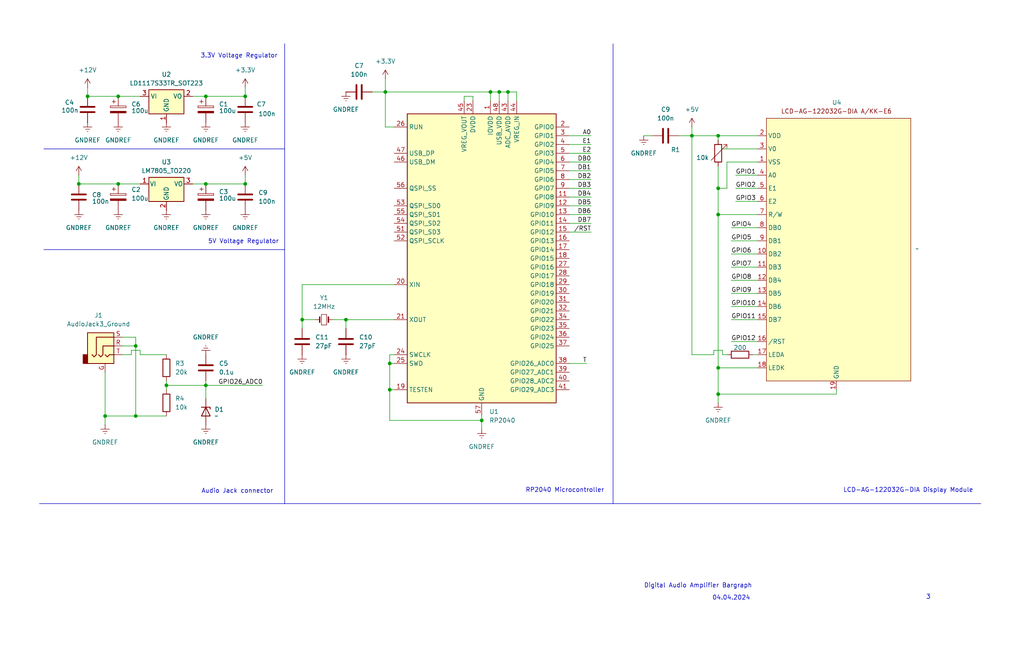
<source format=kicad_sch>
(kicad_sch
	(version 20231120)
	(generator "eeschema")
	(generator_version "8.0")
	(uuid "0b17257e-490b-4d41-8c36-f4f1a900fcfc")
	(paper "User" 297 190)
	(lib_symbols
		(symbol "Connector_Audio:AudioJack3_Ground"
			(exclude_from_sim no)
			(in_bom yes)
			(on_board yes)
			(property "Reference" "J"
				(at 0 8.89 0)
				(effects
					(font
						(size 1.27 1.27)
					)
				)
			)
			(property "Value" "AudioJack3_Ground"
				(at 0 6.35 0)
				(effects
					(font
						(size 1.27 1.27)
					)
				)
			)
			(property "Footprint" ""
				(at 0 0 0)
				(effects
					(font
						(size 1.27 1.27)
					)
					(hide yes)
				)
			)
			(property "Datasheet" "~"
				(at 0 0 0)
				(effects
					(font
						(size 1.27 1.27)
					)
					(hide yes)
				)
			)
			(property "Description" "Audio Jack, 3 Poles (Stereo / TRS), Grounded Sleeve"
				(at 0 0 0)
				(effects
					(font
						(size 1.27 1.27)
					)
					(hide yes)
				)
			)
			(property "ki_keywords" "audio jack receptacle stereo headphones phones TRS connector"
				(at 0 0 0)
				(effects
					(font
						(size 1.27 1.27)
					)
					(hide yes)
				)
			)
			(property "ki_fp_filters" "Jack*"
				(at 0 0 0)
				(effects
					(font
						(size 1.27 1.27)
					)
					(hide yes)
				)
			)
			(symbol "AudioJack3_Ground_0_1"
				(rectangle
					(start -5.08 -2.54)
					(end -6.35 -5.08)
					(stroke
						(width 0.254)
						(type default)
					)
					(fill
						(type outline)
					)
				)
				(polyline
					(pts
						(xy 0 -2.54) (xy 0.635 -3.175) (xy 1.27 -2.54) (xy 2.54 -2.54)
					)
					(stroke
						(width 0.254)
						(type default)
					)
					(fill
						(type none)
					)
				)
				(polyline
					(pts
						(xy -1.905 -2.54) (xy -1.27 -3.175) (xy -0.635 -2.54) (xy -0.635 0) (xy 2.54 0)
					)
					(stroke
						(width 0.254)
						(type default)
					)
					(fill
						(type none)
					)
				)
				(polyline
					(pts
						(xy 2.54 2.54) (xy -2.54 2.54) (xy -2.54 -2.54) (xy -3.175 -3.175) (xy -3.81 -2.54)
					)
					(stroke
						(width 0.254)
						(type default)
					)
					(fill
						(type none)
					)
				)
				(rectangle
					(start 2.54 3.81)
					(end -5.08 -5.08)
					(stroke
						(width 0.254)
						(type default)
					)
					(fill
						(type background)
					)
				)
			)
			(symbol "AudioJack3_Ground_1_1"
				(pin passive line
					(at 0 -7.62 90)
					(length 2.54)
					(name "~"
						(effects
							(font
								(size 1.27 1.27)
							)
						)
					)
					(number "G"
						(effects
							(font
								(size 1.27 1.27)
							)
						)
					)
				)
				(pin passive line
					(at 5.08 0 180)
					(length 2.54)
					(name "~"
						(effects
							(font
								(size 1.27 1.27)
							)
						)
					)
					(number "R"
						(effects
							(font
								(size 1.27 1.27)
							)
						)
					)
				)
				(pin passive line
					(at 5.08 2.54 180)
					(length 2.54)
					(name "~"
						(effects
							(font
								(size 1.27 1.27)
							)
						)
					)
					(number "S"
						(effects
							(font
								(size 1.27 1.27)
							)
						)
					)
				)
				(pin passive line
					(at 5.08 -2.54 180)
					(length 2.54)
					(name "~"
						(effects
							(font
								(size 1.27 1.27)
							)
						)
					)
					(number "T"
						(effects
							(font
								(size 1.27 1.27)
							)
						)
					)
				)
			)
		)
		(symbol "Device:C"
			(pin_numbers hide)
			(pin_names
				(offset 0.254)
			)
			(exclude_from_sim no)
			(in_bom yes)
			(on_board yes)
			(property "Reference" "C"
				(at 0.635 2.54 0)
				(effects
					(font
						(size 1.27 1.27)
					)
					(justify left)
				)
			)
			(property "Value" "C"
				(at 0.635 -2.54 0)
				(effects
					(font
						(size 1.27 1.27)
					)
					(justify left)
				)
			)
			(property "Footprint" ""
				(at 0.9652 -3.81 0)
				(effects
					(font
						(size 1.27 1.27)
					)
					(hide yes)
				)
			)
			(property "Datasheet" "~"
				(at 0 0 0)
				(effects
					(font
						(size 1.27 1.27)
					)
					(hide yes)
				)
			)
			(property "Description" "Unpolarized capacitor"
				(at 0 0 0)
				(effects
					(font
						(size 1.27 1.27)
					)
					(hide yes)
				)
			)
			(property "ki_keywords" "cap capacitor"
				(at 0 0 0)
				(effects
					(font
						(size 1.27 1.27)
					)
					(hide yes)
				)
			)
			(property "ki_fp_filters" "C_*"
				(at 0 0 0)
				(effects
					(font
						(size 1.27 1.27)
					)
					(hide yes)
				)
			)
			(symbol "C_0_1"
				(polyline
					(pts
						(xy -2.032 -0.762) (xy 2.032 -0.762)
					)
					(stroke
						(width 0.508)
						(type default)
					)
					(fill
						(type none)
					)
				)
				(polyline
					(pts
						(xy -2.032 0.762) (xy 2.032 0.762)
					)
					(stroke
						(width 0.508)
						(type default)
					)
					(fill
						(type none)
					)
				)
			)
			(symbol "C_1_1"
				(pin passive line
					(at 0 3.81 270)
					(length 2.794)
					(name "~"
						(effects
							(font
								(size 1.27 1.27)
							)
						)
					)
					(number "1"
						(effects
							(font
								(size 1.27 1.27)
							)
						)
					)
				)
				(pin passive line
					(at 0 -3.81 90)
					(length 2.794)
					(name "~"
						(effects
							(font
								(size 1.27 1.27)
							)
						)
					)
					(number "2"
						(effects
							(font
								(size 1.27 1.27)
							)
						)
					)
				)
			)
		)
		(symbol "Device:C_Polarized"
			(pin_numbers hide)
			(pin_names
				(offset 0.254)
			)
			(exclude_from_sim no)
			(in_bom yes)
			(on_board yes)
			(property "Reference" "C"
				(at 0.635 2.54 0)
				(effects
					(font
						(size 1.27 1.27)
					)
					(justify left)
				)
			)
			(property "Value" "C_Polarized"
				(at 0.635 -2.54 0)
				(effects
					(font
						(size 1.27 1.27)
					)
					(justify left)
				)
			)
			(property "Footprint" ""
				(at 0.9652 -3.81 0)
				(effects
					(font
						(size 1.27 1.27)
					)
					(hide yes)
				)
			)
			(property "Datasheet" "~"
				(at 0 0 0)
				(effects
					(font
						(size 1.27 1.27)
					)
					(hide yes)
				)
			)
			(property "Description" "Polarized capacitor"
				(at 0 0 0)
				(effects
					(font
						(size 1.27 1.27)
					)
					(hide yes)
				)
			)
			(property "ki_keywords" "cap capacitor"
				(at 0 0 0)
				(effects
					(font
						(size 1.27 1.27)
					)
					(hide yes)
				)
			)
			(property "ki_fp_filters" "CP_*"
				(at 0 0 0)
				(effects
					(font
						(size 1.27 1.27)
					)
					(hide yes)
				)
			)
			(symbol "C_Polarized_0_1"
				(rectangle
					(start -2.286 0.508)
					(end 2.286 1.016)
					(stroke
						(width 0)
						(type default)
					)
					(fill
						(type none)
					)
				)
				(polyline
					(pts
						(xy -1.778 2.286) (xy -0.762 2.286)
					)
					(stroke
						(width 0)
						(type default)
					)
					(fill
						(type none)
					)
				)
				(polyline
					(pts
						(xy -1.27 2.794) (xy -1.27 1.778)
					)
					(stroke
						(width 0)
						(type default)
					)
					(fill
						(type none)
					)
				)
				(rectangle
					(start 2.286 -0.508)
					(end -2.286 -1.016)
					(stroke
						(width 0)
						(type default)
					)
					(fill
						(type outline)
					)
				)
			)
			(symbol "C_Polarized_1_1"
				(pin passive line
					(at 0 3.81 270)
					(length 2.794)
					(name "~"
						(effects
							(font
								(size 1.27 1.27)
							)
						)
					)
					(number "1"
						(effects
							(font
								(size 1.27 1.27)
							)
						)
					)
				)
				(pin passive line
					(at 0 -3.81 90)
					(length 2.794)
					(name "~"
						(effects
							(font
								(size 1.27 1.27)
							)
						)
					)
					(number "2"
						(effects
							(font
								(size 1.27 1.27)
							)
						)
					)
				)
			)
		)
		(symbol "Device:Crystal_Small"
			(pin_numbers hide)
			(pin_names
				(offset 1.016) hide)
			(exclude_from_sim no)
			(in_bom yes)
			(on_board yes)
			(property "Reference" "Y"
				(at 0 2.54 0)
				(effects
					(font
						(size 1.27 1.27)
					)
				)
			)
			(property "Value" "Crystal_Small"
				(at 0 -2.54 0)
				(effects
					(font
						(size 1.27 1.27)
					)
				)
			)
			(property "Footprint" ""
				(at 0 0 0)
				(effects
					(font
						(size 1.27 1.27)
					)
					(hide yes)
				)
			)
			(property "Datasheet" "~"
				(at 0 0 0)
				(effects
					(font
						(size 1.27 1.27)
					)
					(hide yes)
				)
			)
			(property "Description" "Two pin crystal, small symbol"
				(at 0 0 0)
				(effects
					(font
						(size 1.27 1.27)
					)
					(hide yes)
				)
			)
			(property "ki_keywords" "quartz ceramic resonator oscillator"
				(at 0 0 0)
				(effects
					(font
						(size 1.27 1.27)
					)
					(hide yes)
				)
			)
			(property "ki_fp_filters" "Crystal*"
				(at 0 0 0)
				(effects
					(font
						(size 1.27 1.27)
					)
					(hide yes)
				)
			)
			(symbol "Crystal_Small_0_1"
				(rectangle
					(start -0.762 -1.524)
					(end 0.762 1.524)
					(stroke
						(width 0)
						(type default)
					)
					(fill
						(type none)
					)
				)
				(polyline
					(pts
						(xy -1.27 -0.762) (xy -1.27 0.762)
					)
					(stroke
						(width 0.381)
						(type default)
					)
					(fill
						(type none)
					)
				)
				(polyline
					(pts
						(xy 1.27 -0.762) (xy 1.27 0.762)
					)
					(stroke
						(width 0.381)
						(type default)
					)
					(fill
						(type none)
					)
				)
			)
			(symbol "Crystal_Small_1_1"
				(pin passive line
					(at -2.54 0 0)
					(length 1.27)
					(name "1"
						(effects
							(font
								(size 1.27 1.27)
							)
						)
					)
					(number "1"
						(effects
							(font
								(size 1.27 1.27)
							)
						)
					)
				)
				(pin passive line
					(at 2.54 0 180)
					(length 1.27)
					(name "2"
						(effects
							(font
								(size 1.27 1.27)
							)
						)
					)
					(number "2"
						(effects
							(font
								(size 1.27 1.27)
							)
						)
					)
				)
			)
		)
		(symbol "Device:D_Zener"
			(pin_numbers hide)
			(pin_names
				(offset 1.016) hide)
			(exclude_from_sim no)
			(in_bom yes)
			(on_board yes)
			(property "Reference" "D"
				(at 0 2.54 0)
				(effects
					(font
						(size 1.27 1.27)
					)
				)
			)
			(property "Value" "D_Zener"
				(at 0 -2.54 0)
				(effects
					(font
						(size 1.27 1.27)
					)
				)
			)
			(property "Footprint" ""
				(at 0 0 0)
				(effects
					(font
						(size 1.27 1.27)
					)
					(hide yes)
				)
			)
			(property "Datasheet" "~"
				(at 0 0 0)
				(effects
					(font
						(size 1.27 1.27)
					)
					(hide yes)
				)
			)
			(property "Description" "Zener diode"
				(at 0 0 0)
				(effects
					(font
						(size 1.27 1.27)
					)
					(hide yes)
				)
			)
			(property "ki_keywords" "diode"
				(at 0 0 0)
				(effects
					(font
						(size 1.27 1.27)
					)
					(hide yes)
				)
			)
			(property "ki_fp_filters" "TO-???* *_Diode_* *SingleDiode* D_*"
				(at 0 0 0)
				(effects
					(font
						(size 1.27 1.27)
					)
					(hide yes)
				)
			)
			(symbol "D_Zener_0_1"
				(polyline
					(pts
						(xy 1.27 0) (xy -1.27 0)
					)
					(stroke
						(width 0)
						(type default)
					)
					(fill
						(type none)
					)
				)
				(polyline
					(pts
						(xy -1.27 -1.27) (xy -1.27 1.27) (xy -0.762 1.27)
					)
					(stroke
						(width 0.254)
						(type default)
					)
					(fill
						(type none)
					)
				)
				(polyline
					(pts
						(xy 1.27 -1.27) (xy 1.27 1.27) (xy -1.27 0) (xy 1.27 -1.27)
					)
					(stroke
						(width 0.254)
						(type default)
					)
					(fill
						(type none)
					)
				)
			)
			(symbol "D_Zener_1_1"
				(pin passive line
					(at -3.81 0 0)
					(length 2.54)
					(name "K"
						(effects
							(font
								(size 1.27 1.27)
							)
						)
					)
					(number "1"
						(effects
							(font
								(size 1.27 1.27)
							)
						)
					)
				)
				(pin passive line
					(at 3.81 0 180)
					(length 2.54)
					(name "A"
						(effects
							(font
								(size 1.27 1.27)
							)
						)
					)
					(number "2"
						(effects
							(font
								(size 1.27 1.27)
							)
						)
					)
				)
			)
		)
		(symbol "Device:R"
			(pin_numbers hide)
			(pin_names
				(offset 0)
			)
			(exclude_from_sim no)
			(in_bom yes)
			(on_board yes)
			(property "Reference" "R"
				(at 2.032 0 90)
				(effects
					(font
						(size 1.27 1.27)
					)
				)
			)
			(property "Value" "R"
				(at 0 0 90)
				(effects
					(font
						(size 1.27 1.27)
					)
				)
			)
			(property "Footprint" ""
				(at -1.778 0 90)
				(effects
					(font
						(size 1.27 1.27)
					)
					(hide yes)
				)
			)
			(property "Datasheet" "~"
				(at 0 0 0)
				(effects
					(font
						(size 1.27 1.27)
					)
					(hide yes)
				)
			)
			(property "Description" "Resistor"
				(at 0 0 0)
				(effects
					(font
						(size 1.27 1.27)
					)
					(hide yes)
				)
			)
			(property "ki_keywords" "R res resistor"
				(at 0 0 0)
				(effects
					(font
						(size 1.27 1.27)
					)
					(hide yes)
				)
			)
			(property "ki_fp_filters" "R_*"
				(at 0 0 0)
				(effects
					(font
						(size 1.27 1.27)
					)
					(hide yes)
				)
			)
			(symbol "R_0_1"
				(rectangle
					(start -1.016 -2.54)
					(end 1.016 2.54)
					(stroke
						(width 0.254)
						(type default)
					)
					(fill
						(type none)
					)
				)
			)
			(symbol "R_1_1"
				(pin passive line
					(at 0 3.81 270)
					(length 1.27)
					(name "~"
						(effects
							(font
								(size 1.27 1.27)
							)
						)
					)
					(number "1"
						(effects
							(font
								(size 1.27 1.27)
							)
						)
					)
				)
				(pin passive line
					(at 0 -3.81 90)
					(length 1.27)
					(name "~"
						(effects
							(font
								(size 1.27 1.27)
							)
						)
					)
					(number "2"
						(effects
							(font
								(size 1.27 1.27)
							)
						)
					)
				)
			)
		)
		(symbol "Device:R_Variable"
			(pin_numbers hide)
			(pin_names
				(offset 0)
			)
			(exclude_from_sim no)
			(in_bom yes)
			(on_board yes)
			(property "Reference" "R"
				(at 2.54 -2.54 90)
				(effects
					(font
						(size 1.27 1.27)
					)
					(justify left)
				)
			)
			(property "Value" "R_Variable"
				(at -2.54 -1.27 90)
				(effects
					(font
						(size 1.27 1.27)
					)
					(justify left)
				)
			)
			(property "Footprint" ""
				(at -1.778 0 90)
				(effects
					(font
						(size 1.27 1.27)
					)
					(hide yes)
				)
			)
			(property "Datasheet" "~"
				(at 0 0 0)
				(effects
					(font
						(size 1.27 1.27)
					)
					(hide yes)
				)
			)
			(property "Description" "Variable resistor"
				(at 0 0 0)
				(effects
					(font
						(size 1.27 1.27)
					)
					(hide yes)
				)
			)
			(property "ki_keywords" "R res resistor variable potentiometer rheostat"
				(at 0 0 0)
				(effects
					(font
						(size 1.27 1.27)
					)
					(hide yes)
				)
			)
			(property "ki_fp_filters" "R_*"
				(at 0 0 0)
				(effects
					(font
						(size 1.27 1.27)
					)
					(hide yes)
				)
			)
			(symbol "R_Variable_0_1"
				(rectangle
					(start -1.016 -2.54)
					(end 1.016 2.54)
					(stroke
						(width 0.254)
						(type default)
					)
					(fill
						(type none)
					)
				)
				(polyline
					(pts
						(xy 2.54 1.524) (xy 2.54 2.54) (xy 1.524 2.54) (xy 2.54 2.54) (xy -2.032 -2.032)
					)
					(stroke
						(width 0)
						(type default)
					)
					(fill
						(type none)
					)
				)
			)
			(symbol "R_Variable_1_1"
				(pin passive line
					(at 0 3.81 270)
					(length 1.27)
					(name "~"
						(effects
							(font
								(size 1.27 1.27)
							)
						)
					)
					(number "1"
						(effects
							(font
								(size 1.27 1.27)
							)
						)
					)
				)
				(pin passive line
					(at 0 -3.81 90)
					(length 1.27)
					(name "~"
						(effects
							(font
								(size 1.27 1.27)
							)
						)
					)
					(number "2"
						(effects
							(font
								(size 1.27 1.27)
							)
						)
					)
				)
			)
		)
		(symbol "LCD-AG-122032G-DIA_A/KK-E6_1"
			(exclude_from_sim no)
			(in_bom yes)
			(on_board yes)
			(property "Reference" "U5"
				(at 17.78 42.8019 0)
				(effects
					(font
						(size 1.27 1.27)
					)
					(justify left)
				)
			)
			(property "Value" "~"
				(at 17.78 40.8968 0)
				(effects
					(font
						(size 1.27 1.27)
					)
					(justify left)
				)
			)
			(property "Footprint" ""
				(at -0.508 85.852 0)
				(effects
					(font
						(size 1.27 1.27)
					)
					(hide yes)
				)
			)
			(property "Datasheet" ""
				(at -0.508 85.852 0)
				(effects
					(font
						(size 1.27 1.27)
					)
					(hide yes)
				)
			)
			(property "Description" ""
				(at -0.508 85.852 0)
				(effects
					(font
						(size 1.27 1.27)
					)
					(hide yes)
				)
			)
			(symbol "LCD-AG-122032G-DIA_A/KK-E6_1_1_1"
				(rectangle
					(start -25.4 78.74)
					(end 16.51 2.54)
					(stroke
						(width 0)
						(type default)
					)
					(fill
						(type background)
					)
				)
				(text "LCD-AG-122032G-DIA A/KK-E6"
					(at -5.08 80.772 0)
					(effects
						(font
							(size 1.27 1.27)
						)
					)
				)
				(pin unspecified line
					(at -27.94 66.04 0)
					(length 2.54)
					(name "VSS"
						(effects
							(font
								(size 1.27 1.27)
							)
						)
					)
					(number "1"
						(effects
							(font
								(size 1.27 1.27)
							)
						)
					)
				)
				(pin unspecified line
					(at -27.94 39.37 0)
					(length 2.54)
					(name "DB2"
						(effects
							(font
								(size 1.27 1.27)
							)
						)
					)
					(number "10"
						(effects
							(font
								(size 1.27 1.27)
							)
						)
					)
				)
				(pin unspecified line
					(at -27.94 35.56 0)
					(length 2.54)
					(name "DB3"
						(effects
							(font
								(size 1.27 1.27)
							)
						)
					)
					(number "11"
						(effects
							(font
								(size 1.27 1.27)
							)
						)
					)
				)
				(pin unspecified line
					(at -27.94 31.75 0)
					(length 2.54)
					(name "DB4"
						(effects
							(font
								(size 1.27 1.27)
							)
						)
					)
					(number "12"
						(effects
							(font
								(size 1.27 1.27)
							)
						)
					)
				)
				(pin unspecified line
					(at -27.94 27.94 0)
					(length 2.54)
					(name "DB5"
						(effects
							(font
								(size 1.27 1.27)
							)
						)
					)
					(number "13"
						(effects
							(font
								(size 1.27 1.27)
							)
						)
					)
				)
				(pin unspecified line
					(at -27.94 24.13 0)
					(length 2.54)
					(name "DB6"
						(effects
							(font
								(size 1.27 1.27)
							)
						)
					)
					(number "14"
						(effects
							(font
								(size 1.27 1.27)
							)
						)
					)
				)
				(pin unspecified line
					(at -27.94 20.32 0)
					(length 2.54)
					(name "DB7"
						(effects
							(font
								(size 1.27 1.27)
							)
						)
					)
					(number "15"
						(effects
							(font
								(size 1.27 1.27)
							)
						)
					)
				)
				(pin unspecified line
					(at -27.94 13.97 0)
					(length 2.54)
					(name "/RST"
						(effects
							(font
								(size 1.27 1.27)
							)
						)
					)
					(number "16"
						(effects
							(font
								(size 1.27 1.27)
							)
						)
					)
				)
				(pin unspecified line
					(at -27.94 10.16 0)
					(length 2.54)
					(name "LEDA"
						(effects
							(font
								(size 1.27 1.27)
							)
						)
					)
					(number "17"
						(effects
							(font
								(size 1.27 1.27)
							)
						)
					)
				)
				(pin unspecified line
					(at -27.94 6.35 0)
					(length 2.54)
					(name "LEDK"
						(effects
							(font
								(size 1.27 1.27)
							)
						)
					)
					(number "18"
						(effects
							(font
								(size 1.27 1.27)
							)
						)
					)
				)
				(pin unspecified line
					(at -5.08 0 90)
					(length 2.54)
					(name "GND"
						(effects
							(font
								(size 1.27 1.27)
							)
						)
					)
					(number "19"
						(effects
							(font
								(size 1.27 1.27)
							)
						)
					)
				)
				(pin unspecified line
					(at -27.94 73.66 0)
					(length 2.54)
					(name "VDD"
						(effects
							(font
								(size 1.27 1.27)
							)
						)
					)
					(number "2"
						(effects
							(font
								(size 1.27 1.27)
							)
						)
					)
				)
				(pin unspecified line
					(at -27.94 69.85 0)
					(length 2.54)
					(name "V0"
						(effects
							(font
								(size 1.27 1.27)
							)
						)
					)
					(number "3"
						(effects
							(font
								(size 1.27 1.27)
							)
						)
					)
				)
				(pin unspecified line
					(at -27.94 62.23 0)
					(length 2.54)
					(name "A0"
						(effects
							(font
								(size 1.27 1.27)
							)
						)
					)
					(number "4"
						(effects
							(font
								(size 1.27 1.27)
							)
						)
					)
				)
				(pin unspecified line
					(at -27.94 58.42 0)
					(length 2.54)
					(name "E1"
						(effects
							(font
								(size 1.27 1.27)
							)
						)
					)
					(number "5"
						(effects
							(font
								(size 1.27 1.27)
							)
						)
					)
				)
				(pin unspecified line
					(at -27.94 54.61 0)
					(length 2.54)
					(name "E2"
						(effects
							(font
								(size 1.27 1.27)
							)
						)
					)
					(number "6"
						(effects
							(font
								(size 1.27 1.27)
							)
						)
					)
				)
				(pin unspecified line
					(at -27.94 50.8 0)
					(length 2.54)
					(name "R/W"
						(effects
							(font
								(size 1.27 1.27)
							)
						)
					)
					(number "7"
						(effects
							(font
								(size 1.27 1.27)
							)
						)
					)
				)
				(pin unspecified line
					(at -27.94 46.99 0)
					(length 2.54)
					(name "DB0"
						(effects
							(font
								(size 1.27 1.27)
							)
						)
					)
					(number "8"
						(effects
							(font
								(size 1.27 1.27)
							)
						)
					)
				)
				(pin unspecified line
					(at -27.94 43.18 0)
					(length 2.54)
					(name "DB1"
						(effects
							(font
								(size 1.27 1.27)
							)
						)
					)
					(number "9"
						(effects
							(font
								(size 1.27 1.27)
							)
						)
					)
				)
			)
		)
		(symbol "MCU_RaspberryPi:RP2040"
			(exclude_from_sim no)
			(in_bom yes)
			(on_board yes)
			(property "Reference" "U"
				(at 17.78 45.72 0)
				(effects
					(font
						(size 1.27 1.27)
					)
				)
			)
			(property "Value" "RP2040"
				(at 17.78 43.18 0)
				(effects
					(font
						(size 1.27 1.27)
					)
				)
			)
			(property "Footprint" "Package_DFN_QFN:QFN-56-1EP_7x7mm_P0.4mm_EP3.2x3.2mm"
				(at 0 0 0)
				(effects
					(font
						(size 1.27 1.27)
					)
					(hide yes)
				)
			)
			(property "Datasheet" "https://datasheets.raspberrypi.com/rp2040/rp2040-datasheet.pdf"
				(at 0 0 0)
				(effects
					(font
						(size 1.27 1.27)
					)
					(hide yes)
				)
			)
			(property "Description" "A microcontroller by Raspberry Pi"
				(at 0 0 0)
				(effects
					(font
						(size 1.27 1.27)
					)
					(hide yes)
				)
			)
			(property "ki_keywords" "RP2040 ARM Cortex-M0+ USB"
				(at 0 0 0)
				(effects
					(font
						(size 1.27 1.27)
					)
					(hide yes)
				)
			)
			(property "ki_fp_filters" "QFN*1EP*7x7mm?P0.4mm*"
				(at 0 0 0)
				(effects
					(font
						(size 1.27 1.27)
					)
					(hide yes)
				)
			)
			(symbol "RP2040_0_1"
				(rectangle
					(start -21.59 41.91)
					(end 21.59 -41.91)
					(stroke
						(width 0.254)
						(type default)
					)
					(fill
						(type background)
					)
				)
			)
			(symbol "RP2040_1_1"
				(pin power_in line
					(at 2.54 45.72 270)
					(length 3.81)
					(name "IOVDD"
						(effects
							(font
								(size 1.27 1.27)
							)
						)
					)
					(number "1"
						(effects
							(font
								(size 1.27 1.27)
							)
						)
					)
				)
				(pin passive line
					(at 2.54 45.72 270)
					(length 3.81) hide
					(name "IOVDD"
						(effects
							(font
								(size 1.27 1.27)
							)
						)
					)
					(number "10"
						(effects
							(font
								(size 1.27 1.27)
							)
						)
					)
				)
				(pin bidirectional line
					(at 25.4 17.78 180)
					(length 3.81)
					(name "GPIO8"
						(effects
							(font
								(size 1.27 1.27)
							)
						)
					)
					(number "11"
						(effects
							(font
								(size 1.27 1.27)
							)
						)
					)
				)
				(pin bidirectional line
					(at 25.4 15.24 180)
					(length 3.81)
					(name "GPIO9"
						(effects
							(font
								(size 1.27 1.27)
							)
						)
					)
					(number "12"
						(effects
							(font
								(size 1.27 1.27)
							)
						)
					)
				)
				(pin bidirectional line
					(at 25.4 12.7 180)
					(length 3.81)
					(name "GPIO10"
						(effects
							(font
								(size 1.27 1.27)
							)
						)
					)
					(number "13"
						(effects
							(font
								(size 1.27 1.27)
							)
						)
					)
				)
				(pin bidirectional line
					(at 25.4 10.16 180)
					(length 3.81)
					(name "GPIO11"
						(effects
							(font
								(size 1.27 1.27)
							)
						)
					)
					(number "14"
						(effects
							(font
								(size 1.27 1.27)
							)
						)
					)
				)
				(pin bidirectional line
					(at 25.4 7.62 180)
					(length 3.81)
					(name "GPIO12"
						(effects
							(font
								(size 1.27 1.27)
							)
						)
					)
					(number "15"
						(effects
							(font
								(size 1.27 1.27)
							)
						)
					)
				)
				(pin bidirectional line
					(at 25.4 5.08 180)
					(length 3.81)
					(name "GPIO13"
						(effects
							(font
								(size 1.27 1.27)
							)
						)
					)
					(number "16"
						(effects
							(font
								(size 1.27 1.27)
							)
						)
					)
				)
				(pin bidirectional line
					(at 25.4 2.54 180)
					(length 3.81)
					(name "GPIO14"
						(effects
							(font
								(size 1.27 1.27)
							)
						)
					)
					(number "17"
						(effects
							(font
								(size 1.27 1.27)
							)
						)
					)
				)
				(pin bidirectional line
					(at 25.4 0 180)
					(length 3.81)
					(name "GPIO15"
						(effects
							(font
								(size 1.27 1.27)
							)
						)
					)
					(number "18"
						(effects
							(font
								(size 1.27 1.27)
							)
						)
					)
				)
				(pin input line
					(at -25.4 -38.1 0)
					(length 3.81)
					(name "TESTEN"
						(effects
							(font
								(size 1.27 1.27)
							)
						)
					)
					(number "19"
						(effects
							(font
								(size 1.27 1.27)
							)
						)
					)
				)
				(pin bidirectional line
					(at 25.4 38.1 180)
					(length 3.81)
					(name "GPIO0"
						(effects
							(font
								(size 1.27 1.27)
							)
						)
					)
					(number "2"
						(effects
							(font
								(size 1.27 1.27)
							)
						)
					)
				)
				(pin input line
					(at -25.4 -7.62 0)
					(length 3.81)
					(name "XIN"
						(effects
							(font
								(size 1.27 1.27)
							)
						)
					)
					(number "20"
						(effects
							(font
								(size 1.27 1.27)
							)
						)
					)
				)
				(pin passive line
					(at -25.4 -17.78 0)
					(length 3.81)
					(name "XOUT"
						(effects
							(font
								(size 1.27 1.27)
							)
						)
					)
					(number "21"
						(effects
							(font
								(size 1.27 1.27)
							)
						)
					)
				)
				(pin passive line
					(at 2.54 45.72 270)
					(length 3.81) hide
					(name "IOVDD"
						(effects
							(font
								(size 1.27 1.27)
							)
						)
					)
					(number "22"
						(effects
							(font
								(size 1.27 1.27)
							)
						)
					)
				)
				(pin power_in line
					(at -2.54 45.72 270)
					(length 3.81)
					(name "DVDD"
						(effects
							(font
								(size 1.27 1.27)
							)
						)
					)
					(number "23"
						(effects
							(font
								(size 1.27 1.27)
							)
						)
					)
				)
				(pin input line
					(at -25.4 -27.94 0)
					(length 3.81)
					(name "SWCLK"
						(effects
							(font
								(size 1.27 1.27)
							)
						)
					)
					(number "24"
						(effects
							(font
								(size 1.27 1.27)
							)
						)
					)
				)
				(pin bidirectional line
					(at -25.4 -30.48 0)
					(length 3.81)
					(name "SWD"
						(effects
							(font
								(size 1.27 1.27)
							)
						)
					)
					(number "25"
						(effects
							(font
								(size 1.27 1.27)
							)
						)
					)
				)
				(pin input line
					(at -25.4 38.1 0)
					(length 3.81)
					(name "RUN"
						(effects
							(font
								(size 1.27 1.27)
							)
						)
					)
					(number "26"
						(effects
							(font
								(size 1.27 1.27)
							)
						)
					)
				)
				(pin bidirectional line
					(at 25.4 -2.54 180)
					(length 3.81)
					(name "GPIO16"
						(effects
							(font
								(size 1.27 1.27)
							)
						)
					)
					(number "27"
						(effects
							(font
								(size 1.27 1.27)
							)
						)
					)
				)
				(pin bidirectional line
					(at 25.4 -5.08 180)
					(length 3.81)
					(name "GPIO17"
						(effects
							(font
								(size 1.27 1.27)
							)
						)
					)
					(number "28"
						(effects
							(font
								(size 1.27 1.27)
							)
						)
					)
				)
				(pin bidirectional line
					(at 25.4 -7.62 180)
					(length 3.81)
					(name "GPIO18"
						(effects
							(font
								(size 1.27 1.27)
							)
						)
					)
					(number "29"
						(effects
							(font
								(size 1.27 1.27)
							)
						)
					)
				)
				(pin bidirectional line
					(at 25.4 35.56 180)
					(length 3.81)
					(name "GPIO1"
						(effects
							(font
								(size 1.27 1.27)
							)
						)
					)
					(number "3"
						(effects
							(font
								(size 1.27 1.27)
							)
						)
					)
				)
				(pin bidirectional line
					(at 25.4 -10.16 180)
					(length 3.81)
					(name "GPIO19"
						(effects
							(font
								(size 1.27 1.27)
							)
						)
					)
					(number "30"
						(effects
							(font
								(size 1.27 1.27)
							)
						)
					)
				)
				(pin bidirectional line
					(at 25.4 -12.7 180)
					(length 3.81)
					(name "GPIO20"
						(effects
							(font
								(size 1.27 1.27)
							)
						)
					)
					(number "31"
						(effects
							(font
								(size 1.27 1.27)
							)
						)
					)
				)
				(pin bidirectional line
					(at 25.4 -15.24 180)
					(length 3.81)
					(name "GPIO21"
						(effects
							(font
								(size 1.27 1.27)
							)
						)
					)
					(number "32"
						(effects
							(font
								(size 1.27 1.27)
							)
						)
					)
				)
				(pin passive line
					(at 2.54 45.72 270)
					(length 3.81) hide
					(name "IOVDD"
						(effects
							(font
								(size 1.27 1.27)
							)
						)
					)
					(number "33"
						(effects
							(font
								(size 1.27 1.27)
							)
						)
					)
				)
				(pin bidirectional line
					(at 25.4 -17.78 180)
					(length 3.81)
					(name "GPIO22"
						(effects
							(font
								(size 1.27 1.27)
							)
						)
					)
					(number "34"
						(effects
							(font
								(size 1.27 1.27)
							)
						)
					)
				)
				(pin bidirectional line
					(at 25.4 -20.32 180)
					(length 3.81)
					(name "GPIO23"
						(effects
							(font
								(size 1.27 1.27)
							)
						)
					)
					(number "35"
						(effects
							(font
								(size 1.27 1.27)
							)
						)
					)
				)
				(pin bidirectional line
					(at 25.4 -22.86 180)
					(length 3.81)
					(name "GPIO24"
						(effects
							(font
								(size 1.27 1.27)
							)
						)
					)
					(number "36"
						(effects
							(font
								(size 1.27 1.27)
							)
						)
					)
				)
				(pin bidirectional line
					(at 25.4 -25.4 180)
					(length 3.81)
					(name "GPIO25"
						(effects
							(font
								(size 1.27 1.27)
							)
						)
					)
					(number "37"
						(effects
							(font
								(size 1.27 1.27)
							)
						)
					)
				)
				(pin bidirectional line
					(at 25.4 -30.48 180)
					(length 3.81)
					(name "GPIO26_ADC0"
						(effects
							(font
								(size 1.27 1.27)
							)
						)
					)
					(number "38"
						(effects
							(font
								(size 1.27 1.27)
							)
						)
					)
				)
				(pin bidirectional line
					(at 25.4 -33.02 180)
					(length 3.81)
					(name "GPIO27_ADC1"
						(effects
							(font
								(size 1.27 1.27)
							)
						)
					)
					(number "39"
						(effects
							(font
								(size 1.27 1.27)
							)
						)
					)
				)
				(pin bidirectional line
					(at 25.4 33.02 180)
					(length 3.81)
					(name "GPIO2"
						(effects
							(font
								(size 1.27 1.27)
							)
						)
					)
					(number "4"
						(effects
							(font
								(size 1.27 1.27)
							)
						)
					)
				)
				(pin bidirectional line
					(at 25.4 -35.56 180)
					(length 3.81)
					(name "GPIO28_ADC2"
						(effects
							(font
								(size 1.27 1.27)
							)
						)
					)
					(number "40"
						(effects
							(font
								(size 1.27 1.27)
							)
						)
					)
				)
				(pin bidirectional line
					(at 25.4 -38.1 180)
					(length 3.81)
					(name "GPIO29_ADC3"
						(effects
							(font
								(size 1.27 1.27)
							)
						)
					)
					(number "41"
						(effects
							(font
								(size 1.27 1.27)
							)
						)
					)
				)
				(pin passive line
					(at 2.54 45.72 270)
					(length 3.81) hide
					(name "IOVDD"
						(effects
							(font
								(size 1.27 1.27)
							)
						)
					)
					(number "42"
						(effects
							(font
								(size 1.27 1.27)
							)
						)
					)
				)
				(pin power_in line
					(at 7.62 45.72 270)
					(length 3.81)
					(name "ADC_AVDD"
						(effects
							(font
								(size 1.27 1.27)
							)
						)
					)
					(number "43"
						(effects
							(font
								(size 1.27 1.27)
							)
						)
					)
				)
				(pin power_in line
					(at 10.16 45.72 270)
					(length 3.81)
					(name "VREG_IN"
						(effects
							(font
								(size 1.27 1.27)
							)
						)
					)
					(number "44"
						(effects
							(font
								(size 1.27 1.27)
							)
						)
					)
				)
				(pin power_out line
					(at -5.08 45.72 270)
					(length 3.81)
					(name "VREG_VOUT"
						(effects
							(font
								(size 1.27 1.27)
							)
						)
					)
					(number "45"
						(effects
							(font
								(size 1.27 1.27)
							)
						)
					)
				)
				(pin bidirectional line
					(at -25.4 27.94 0)
					(length 3.81)
					(name "USB_DM"
						(effects
							(font
								(size 1.27 1.27)
							)
						)
					)
					(number "46"
						(effects
							(font
								(size 1.27 1.27)
							)
						)
					)
				)
				(pin bidirectional line
					(at -25.4 30.48 0)
					(length 3.81)
					(name "USB_DP"
						(effects
							(font
								(size 1.27 1.27)
							)
						)
					)
					(number "47"
						(effects
							(font
								(size 1.27 1.27)
							)
						)
					)
				)
				(pin power_in line
					(at 5.08 45.72 270)
					(length 3.81)
					(name "USB_VDD"
						(effects
							(font
								(size 1.27 1.27)
							)
						)
					)
					(number "48"
						(effects
							(font
								(size 1.27 1.27)
							)
						)
					)
				)
				(pin passive line
					(at 2.54 45.72 270)
					(length 3.81) hide
					(name "IOVDD"
						(effects
							(font
								(size 1.27 1.27)
							)
						)
					)
					(number "49"
						(effects
							(font
								(size 1.27 1.27)
							)
						)
					)
				)
				(pin bidirectional line
					(at 25.4 30.48 180)
					(length 3.81)
					(name "GPIO3"
						(effects
							(font
								(size 1.27 1.27)
							)
						)
					)
					(number "5"
						(effects
							(font
								(size 1.27 1.27)
							)
						)
					)
				)
				(pin passive line
					(at -2.54 45.72 270)
					(length 3.81) hide
					(name "DVDD"
						(effects
							(font
								(size 1.27 1.27)
							)
						)
					)
					(number "50"
						(effects
							(font
								(size 1.27 1.27)
							)
						)
					)
				)
				(pin bidirectional line
					(at -25.4 7.62 0)
					(length 3.81)
					(name "QSPI_SD3"
						(effects
							(font
								(size 1.27 1.27)
							)
						)
					)
					(number "51"
						(effects
							(font
								(size 1.27 1.27)
							)
						)
					)
				)
				(pin output line
					(at -25.4 5.08 0)
					(length 3.81)
					(name "QSPI_SCLK"
						(effects
							(font
								(size 1.27 1.27)
							)
						)
					)
					(number "52"
						(effects
							(font
								(size 1.27 1.27)
							)
						)
					)
				)
				(pin bidirectional line
					(at -25.4 15.24 0)
					(length 3.81)
					(name "QSPI_SD0"
						(effects
							(font
								(size 1.27 1.27)
							)
						)
					)
					(number "53"
						(effects
							(font
								(size 1.27 1.27)
							)
						)
					)
				)
				(pin bidirectional line
					(at -25.4 10.16 0)
					(length 3.81)
					(name "QSPI_SD2"
						(effects
							(font
								(size 1.27 1.27)
							)
						)
					)
					(number "54"
						(effects
							(font
								(size 1.27 1.27)
							)
						)
					)
				)
				(pin bidirectional line
					(at -25.4 12.7 0)
					(length 3.81)
					(name "QSPI_SD1"
						(effects
							(font
								(size 1.27 1.27)
							)
						)
					)
					(number "55"
						(effects
							(font
								(size 1.27 1.27)
							)
						)
					)
				)
				(pin bidirectional line
					(at -25.4 20.32 0)
					(length 3.81)
					(name "QSPI_SS"
						(effects
							(font
								(size 1.27 1.27)
							)
						)
					)
					(number "56"
						(effects
							(font
								(size 1.27 1.27)
							)
						)
					)
				)
				(pin power_in line
					(at 0 -45.72 90)
					(length 3.81)
					(name "GND"
						(effects
							(font
								(size 1.27 1.27)
							)
						)
					)
					(number "57"
						(effects
							(font
								(size 1.27 1.27)
							)
						)
					)
				)
				(pin bidirectional line
					(at 25.4 27.94 180)
					(length 3.81)
					(name "GPIO4"
						(effects
							(font
								(size 1.27 1.27)
							)
						)
					)
					(number "6"
						(effects
							(font
								(size 1.27 1.27)
							)
						)
					)
				)
				(pin bidirectional line
					(at 25.4 25.4 180)
					(length 3.81)
					(name "GPIO5"
						(effects
							(font
								(size 1.27 1.27)
							)
						)
					)
					(number "7"
						(effects
							(font
								(size 1.27 1.27)
							)
						)
					)
				)
				(pin bidirectional line
					(at 25.4 22.86 180)
					(length 3.81)
					(name "GPIO6"
						(effects
							(font
								(size 1.27 1.27)
							)
						)
					)
					(number "8"
						(effects
							(font
								(size 1.27 1.27)
							)
						)
					)
				)
				(pin bidirectional line
					(at 25.4 20.32 180)
					(length 3.81)
					(name "GPIO7"
						(effects
							(font
								(size 1.27 1.27)
							)
						)
					)
					(number "9"
						(effects
							(font
								(size 1.27 1.27)
							)
						)
					)
				)
			)
		)
		(symbol "Regulator_Linear:LD1117S33TR_SOT223"
			(exclude_from_sim no)
			(in_bom yes)
			(on_board yes)
			(property "Reference" "U"
				(at -3.81 3.175 0)
				(effects
					(font
						(size 1.27 1.27)
					)
				)
			)
			(property "Value" "LD1117S33TR_SOT223"
				(at 0 3.175 0)
				(effects
					(font
						(size 1.27 1.27)
					)
					(justify left)
				)
			)
			(property "Footprint" "Package_TO_SOT_SMD:SOT-223-3_TabPin2"
				(at 0 5.08 0)
				(effects
					(font
						(size 1.27 1.27)
					)
					(hide yes)
				)
			)
			(property "Datasheet" "http://www.st.com/st-web-ui/static/active/en/resource/technical/document/datasheet/CD00000544.pdf"
				(at 2.54 -6.35 0)
				(effects
					(font
						(size 1.27 1.27)
					)
					(hide yes)
				)
			)
			(property "Description" "800mA Fixed Low Drop Positive Voltage Regulator, Fixed Output 3.3V, SOT-223"
				(at 0 0 0)
				(effects
					(font
						(size 1.27 1.27)
					)
					(hide yes)
				)
			)
			(property "ki_keywords" "REGULATOR LDO 3.3V"
				(at 0 0 0)
				(effects
					(font
						(size 1.27 1.27)
					)
					(hide yes)
				)
			)
			(property "ki_fp_filters" "SOT?223*TabPin2*"
				(at 0 0 0)
				(effects
					(font
						(size 1.27 1.27)
					)
					(hide yes)
				)
			)
			(symbol "LD1117S33TR_SOT223_0_1"
				(rectangle
					(start -5.08 -5.08)
					(end 5.08 1.905)
					(stroke
						(width 0.254)
						(type default)
					)
					(fill
						(type background)
					)
				)
			)
			(symbol "LD1117S33TR_SOT223_1_1"
				(pin power_in line
					(at 0 -7.62 90)
					(length 2.54)
					(name "GND"
						(effects
							(font
								(size 1.27 1.27)
							)
						)
					)
					(number "1"
						(effects
							(font
								(size 1.27 1.27)
							)
						)
					)
				)
				(pin power_out line
					(at 7.62 0 180)
					(length 2.54)
					(name "VO"
						(effects
							(font
								(size 1.27 1.27)
							)
						)
					)
					(number "2"
						(effects
							(font
								(size 1.27 1.27)
							)
						)
					)
				)
				(pin power_in line
					(at -7.62 0 0)
					(length 2.54)
					(name "VI"
						(effects
							(font
								(size 1.27 1.27)
							)
						)
					)
					(number "3"
						(effects
							(font
								(size 1.27 1.27)
							)
						)
					)
				)
			)
		)
		(symbol "Regulator_Linear:LM7805_TO220"
			(pin_names
				(offset 0.254)
			)
			(exclude_from_sim no)
			(in_bom yes)
			(on_board yes)
			(property "Reference" "U"
				(at -3.81 3.175 0)
				(effects
					(font
						(size 1.27 1.27)
					)
				)
			)
			(property "Value" "LM7805_TO220"
				(at 0 3.175 0)
				(effects
					(font
						(size 1.27 1.27)
					)
					(justify left)
				)
			)
			(property "Footprint" "Package_TO_SOT_THT:TO-220-3_Vertical"
				(at 0 5.715 0)
				(effects
					(font
						(size 1.27 1.27)
						(italic yes)
					)
					(hide yes)
				)
			)
			(property "Datasheet" "https://www.onsemi.cn/PowerSolutions/document/MC7800-D.PDF"
				(at 0 -1.27 0)
				(effects
					(font
						(size 1.27 1.27)
					)
					(hide yes)
				)
			)
			(property "Description" "Positive 1A 35V Linear Regulator, Fixed Output 5V, TO-220"
				(at 0 0 0)
				(effects
					(font
						(size 1.27 1.27)
					)
					(hide yes)
				)
			)
			(property "ki_keywords" "Voltage Regulator 1A Positive"
				(at 0 0 0)
				(effects
					(font
						(size 1.27 1.27)
					)
					(hide yes)
				)
			)
			(property "ki_fp_filters" "TO?220*"
				(at 0 0 0)
				(effects
					(font
						(size 1.27 1.27)
					)
					(hide yes)
				)
			)
			(symbol "LM7805_TO220_0_1"
				(rectangle
					(start -5.08 1.905)
					(end 5.08 -5.08)
					(stroke
						(width 0.254)
						(type default)
					)
					(fill
						(type background)
					)
				)
			)
			(symbol "LM7805_TO220_1_1"
				(pin power_in line
					(at -7.62 0 0)
					(length 2.54)
					(name "VI"
						(effects
							(font
								(size 1.27 1.27)
							)
						)
					)
					(number "1"
						(effects
							(font
								(size 1.27 1.27)
							)
						)
					)
				)
				(pin power_in line
					(at 0 -7.62 90)
					(length 2.54)
					(name "GND"
						(effects
							(font
								(size 1.27 1.27)
							)
						)
					)
					(number "2"
						(effects
							(font
								(size 1.27 1.27)
							)
						)
					)
				)
				(pin power_out line
					(at 7.62 0 180)
					(length 2.54)
					(name "VO"
						(effects
							(font
								(size 1.27 1.27)
							)
						)
					)
					(number "3"
						(effects
							(font
								(size 1.27 1.27)
							)
						)
					)
				)
			)
		)
		(symbol "power:+12V"
			(power)
			(pin_numbers hide)
			(pin_names
				(offset 0) hide)
			(exclude_from_sim no)
			(in_bom yes)
			(on_board yes)
			(property "Reference" "#PWR"
				(at 0 -3.81 0)
				(effects
					(font
						(size 1.27 1.27)
					)
					(hide yes)
				)
			)
			(property "Value" "+12V"
				(at 0 3.556 0)
				(effects
					(font
						(size 1.27 1.27)
					)
				)
			)
			(property "Footprint" ""
				(at 0 0 0)
				(effects
					(font
						(size 1.27 1.27)
					)
					(hide yes)
				)
			)
			(property "Datasheet" ""
				(at 0 0 0)
				(effects
					(font
						(size 1.27 1.27)
					)
					(hide yes)
				)
			)
			(property "Description" "Power symbol creates a global label with name \"+12V\""
				(at 0 0 0)
				(effects
					(font
						(size 1.27 1.27)
					)
					(hide yes)
				)
			)
			(property "ki_keywords" "global power"
				(at 0 0 0)
				(effects
					(font
						(size 1.27 1.27)
					)
					(hide yes)
				)
			)
			(symbol "+12V_0_1"
				(polyline
					(pts
						(xy -0.762 1.27) (xy 0 2.54)
					)
					(stroke
						(width 0)
						(type default)
					)
					(fill
						(type none)
					)
				)
				(polyline
					(pts
						(xy 0 0) (xy 0 2.54)
					)
					(stroke
						(width 0)
						(type default)
					)
					(fill
						(type none)
					)
				)
				(polyline
					(pts
						(xy 0 2.54) (xy 0.762 1.27)
					)
					(stroke
						(width 0)
						(type default)
					)
					(fill
						(type none)
					)
				)
			)
			(symbol "+12V_1_1"
				(pin power_in line
					(at 0 0 90)
					(length 0)
					(name "~"
						(effects
							(font
								(size 1.27 1.27)
							)
						)
					)
					(number "1"
						(effects
							(font
								(size 1.27 1.27)
							)
						)
					)
				)
			)
		)
		(symbol "power:+3.3V"
			(power)
			(pin_numbers hide)
			(pin_names
				(offset 0) hide)
			(exclude_from_sim no)
			(in_bom yes)
			(on_board yes)
			(property "Reference" "#PWR"
				(at 0 -3.81 0)
				(effects
					(font
						(size 1.27 1.27)
					)
					(hide yes)
				)
			)
			(property "Value" "+3.3V"
				(at 0 3.556 0)
				(effects
					(font
						(size 1.27 1.27)
					)
				)
			)
			(property "Footprint" ""
				(at 0 0 0)
				(effects
					(font
						(size 1.27 1.27)
					)
					(hide yes)
				)
			)
			(property "Datasheet" ""
				(at 0 0 0)
				(effects
					(font
						(size 1.27 1.27)
					)
					(hide yes)
				)
			)
			(property "Description" "Power symbol creates a global label with name \"+3.3V\""
				(at 0 0 0)
				(effects
					(font
						(size 1.27 1.27)
					)
					(hide yes)
				)
			)
			(property "ki_keywords" "global power"
				(at 0 0 0)
				(effects
					(font
						(size 1.27 1.27)
					)
					(hide yes)
				)
			)
			(symbol "+3.3V_0_1"
				(polyline
					(pts
						(xy -0.762 1.27) (xy 0 2.54)
					)
					(stroke
						(width 0)
						(type default)
					)
					(fill
						(type none)
					)
				)
				(polyline
					(pts
						(xy 0 0) (xy 0 2.54)
					)
					(stroke
						(width 0)
						(type default)
					)
					(fill
						(type none)
					)
				)
				(polyline
					(pts
						(xy 0 2.54) (xy 0.762 1.27)
					)
					(stroke
						(width 0)
						(type default)
					)
					(fill
						(type none)
					)
				)
			)
			(symbol "+3.3V_1_1"
				(pin power_in line
					(at 0 0 90)
					(length 0)
					(name "~"
						(effects
							(font
								(size 1.27 1.27)
							)
						)
					)
					(number "1"
						(effects
							(font
								(size 1.27 1.27)
							)
						)
					)
				)
			)
		)
		(symbol "power:+5V"
			(power)
			(pin_numbers hide)
			(pin_names
				(offset 0) hide)
			(exclude_from_sim no)
			(in_bom yes)
			(on_board yes)
			(property "Reference" "#PWR"
				(at 0 -3.81 0)
				(effects
					(font
						(size 1.27 1.27)
					)
					(hide yes)
				)
			)
			(property "Value" "+5V"
				(at 0 3.556 0)
				(effects
					(font
						(size 1.27 1.27)
					)
				)
			)
			(property "Footprint" ""
				(at 0 0 0)
				(effects
					(font
						(size 1.27 1.27)
					)
					(hide yes)
				)
			)
			(property "Datasheet" ""
				(at 0 0 0)
				(effects
					(font
						(size 1.27 1.27)
					)
					(hide yes)
				)
			)
			(property "Description" "Power symbol creates a global label with name \"+5V\""
				(at 0 0 0)
				(effects
					(font
						(size 1.27 1.27)
					)
					(hide yes)
				)
			)
			(property "ki_keywords" "global power"
				(at 0 0 0)
				(effects
					(font
						(size 1.27 1.27)
					)
					(hide yes)
				)
			)
			(symbol "+5V_0_1"
				(polyline
					(pts
						(xy -0.762 1.27) (xy 0 2.54)
					)
					(stroke
						(width 0)
						(type default)
					)
					(fill
						(type none)
					)
				)
				(polyline
					(pts
						(xy 0 0) (xy 0 2.54)
					)
					(stroke
						(width 0)
						(type default)
					)
					(fill
						(type none)
					)
				)
				(polyline
					(pts
						(xy 0 2.54) (xy 0.762 1.27)
					)
					(stroke
						(width 0)
						(type default)
					)
					(fill
						(type none)
					)
				)
			)
			(symbol "+5V_1_1"
				(pin power_in line
					(at 0 0 90)
					(length 0)
					(name "~"
						(effects
							(font
								(size 1.27 1.27)
							)
						)
					)
					(number "1"
						(effects
							(font
								(size 1.27 1.27)
							)
						)
					)
				)
			)
		)
		(symbol "power:GNDREF"
			(power)
			(pin_numbers hide)
			(pin_names
				(offset 0) hide)
			(exclude_from_sim no)
			(in_bom yes)
			(on_board yes)
			(property "Reference" "#PWR"
				(at 0 -6.35 0)
				(effects
					(font
						(size 1.27 1.27)
					)
					(hide yes)
				)
			)
			(property "Value" "GNDREF"
				(at 0 -3.81 0)
				(effects
					(font
						(size 1.27 1.27)
					)
				)
			)
			(property "Footprint" ""
				(at 0 0 0)
				(effects
					(font
						(size 1.27 1.27)
					)
					(hide yes)
				)
			)
			(property "Datasheet" ""
				(at 0 0 0)
				(effects
					(font
						(size 1.27 1.27)
					)
					(hide yes)
				)
			)
			(property "Description" "Power symbol creates a global label with name \"GNDREF\" , reference supply ground"
				(at 0 0 0)
				(effects
					(font
						(size 1.27 1.27)
					)
					(hide yes)
				)
			)
			(property "ki_keywords" "global power"
				(at 0 0 0)
				(effects
					(font
						(size 1.27 1.27)
					)
					(hide yes)
				)
			)
			(symbol "GNDREF_0_1"
				(polyline
					(pts
						(xy -0.635 -1.905) (xy 0.635 -1.905)
					)
					(stroke
						(width 0)
						(type default)
					)
					(fill
						(type none)
					)
				)
				(polyline
					(pts
						(xy -0.127 -2.54) (xy 0.127 -2.54)
					)
					(stroke
						(width 0)
						(type default)
					)
					(fill
						(type none)
					)
				)
				(polyline
					(pts
						(xy 0 -1.27) (xy 0 0)
					)
					(stroke
						(width 0)
						(type default)
					)
					(fill
						(type none)
					)
				)
				(polyline
					(pts
						(xy 1.27 -1.27) (xy -1.27 -1.27)
					)
					(stroke
						(width 0)
						(type default)
					)
					(fill
						(type none)
					)
				)
			)
			(symbol "GNDREF_1_1"
				(pin power_in line
					(at 0 0 270)
					(length 0)
					(name "~"
						(effects
							(font
								(size 1.27 1.27)
							)
						)
					)
					(number "1"
						(effects
							(font
								(size 1.27 1.27)
							)
						)
					)
				)
			)
		)
	)
	(junction
		(at 139.7 121.92)
		(diameter 0)
		(color 0 0 0 0)
		(uuid "0b9a1bbd-4c82-4e02-ab3e-c3c95b12f574")
	)
	(junction
		(at 144.78 26.67)
		(diameter 0)
		(color 0 0 0 0)
		(uuid "2d6dab59-5ec2-49e3-a3e2-6c8571865149")
	)
	(junction
		(at 208.28 39.37)
		(diameter 0)
		(color 0 0 0 0)
		(uuid "2f04bce3-9c8b-41b5-903b-cac01befff67")
	)
	(junction
		(at 87.63 92.71)
		(diameter 0)
		(color 0 0 0 0)
		(uuid "377d2267-8387-4811-b22e-0d5b5b05070c")
	)
	(junction
		(at 100.33 92.71)
		(diameter 0)
		(color 0 0 0 0)
		(uuid "3bbe9c48-9118-497d-92c3-8636998fd8e6")
	)
	(junction
		(at 48.26 111.76)
		(diameter 0)
		(color 0 0 0 0)
		(uuid "44512cb5-a4d6-450b-baf9-93cd768d853f")
	)
	(junction
		(at 34.29 53.34)
		(diameter 0)
		(color 0 0 0 0)
		(uuid "4928f007-b00b-4998-8483-064e5473e91b")
	)
	(junction
		(at 147.32 26.67)
		(diameter 0)
		(color 0 0 0 0)
		(uuid "504e5b96-f282-40a7-8659-9cd64205fc7e")
	)
	(junction
		(at 34.29 27.94)
		(diameter 0)
		(color 0 0 0 0)
		(uuid "5fe8d72e-32f4-4252-958d-bd97a3868133")
	)
	(junction
		(at 208.28 62.23)
		(diameter 0)
		(color 0 0 0 0)
		(uuid "75722016-42e4-4eab-b5a6-bf13c519355f")
	)
	(junction
		(at 39.37 120.65)
		(diameter 0)
		(color 0 0 0 0)
		(uuid "7d954583-387c-43f6-a098-52617d353be9")
	)
	(junction
		(at 59.69 111.76)
		(diameter 0)
		(color 0 0 0 0)
		(uuid "7e25c3d5-6eeb-4e40-bf63-5b31a199af6d")
	)
	(junction
		(at 208.28 106.68)
		(diameter 0)
		(color 0 0 0 0)
		(uuid "7eb4fb97-e19b-4fa8-9942-b4e0d8f3703c")
	)
	(junction
		(at 111.76 26.67)
		(diameter 0)
		(color 0 0 0 0)
		(uuid "85896cdf-9c3d-4053-badb-75729dc01749")
	)
	(junction
		(at 30.48 120.65)
		(diameter 0)
		(color 0 0 0 0)
		(uuid "85e538bd-6be9-4350-a8eb-8b97ece824fa")
	)
	(junction
		(at 208.28 54.61)
		(diameter 0)
		(color 0 0 0 0)
		(uuid "9df14b1e-c6c6-49db-bf0c-6ffbc96b851f")
	)
	(junction
		(at 39.37 100.33)
		(diameter 0)
		(color 0 0 0 0)
		(uuid "a22ac21a-6211-40a7-9588-90eb09d7f28f")
	)
	(junction
		(at 59.69 27.94)
		(diameter 0)
		(color 0 0 0 0)
		(uuid "a30c07cc-c52d-4bae-89aa-42660dfe4ef5")
	)
	(junction
		(at 22.86 53.34)
		(diameter 0)
		(color 0 0 0 0)
		(uuid "a3c773dd-e4d1-40fe-b051-8f0561a03e4e")
	)
	(junction
		(at 113.03 113.03)
		(diameter 0)
		(color 0 0 0 0)
		(uuid "a42a4b68-2de2-405c-a5b8-eac0cae3ccb1")
	)
	(junction
		(at 71.12 53.34)
		(diameter 0)
		(color 0 0 0 0)
		(uuid "b07f8986-bd83-4d73-83ec-21c2ca5e3614")
	)
	(junction
		(at 59.69 53.34)
		(diameter 0)
		(color 0 0 0 0)
		(uuid "b773da62-d501-49f8-a84b-25414593cee1")
	)
	(junction
		(at 71.12 27.94)
		(diameter 0)
		(color 0 0 0 0)
		(uuid "b8807166-723e-4555-ae4b-77dd90a5a79e")
	)
	(junction
		(at 142.24 26.67)
		(diameter 0)
		(color 0 0 0 0)
		(uuid "d500852f-60e1-4340-b1a4-529ae891aa04")
	)
	(junction
		(at 25.4 27.94)
		(diameter 0)
		(color 0 0 0 0)
		(uuid "d9075ec2-8d14-4b48-8929-a6bfb754b7ae")
	)
	(junction
		(at 113.03 105.41)
		(diameter 0)
		(color 0 0 0 0)
		(uuid "ddf9af61-e04f-43fd-a441-0e1fa142ead1")
	)
	(junction
		(at 200.66 39.37)
		(diameter 0)
		(color 0 0 0 0)
		(uuid "f055cdc7-02b2-487a-b07d-5657e8faf178")
	)
	(junction
		(at 208.28 114.3)
		(diameter 0)
		(color 0 0 0 0)
		(uuid "fb011ebe-1a9e-485e-9407-c940142952e0")
	)
	(wire
		(pts
			(xy 208.28 62.23) (xy 219.71 62.23)
		)
		(stroke
			(width 0)
			(type default)
		)
		(uuid "01366316-23ce-42e4-aa3d-4948b1cb230a")
	)
	(wire
		(pts
			(xy 208.28 54.61) (xy 208.28 48.26)
		)
		(stroke
			(width 0)
			(type default)
		)
		(uuid "03e7c766-fe3b-4145-96bd-1298820d649e")
	)
	(polyline
		(pts
			(xy 13.97 43.18) (xy 82.55 43.18)
		)
		(stroke
			(width 0)
			(type default)
		)
		(uuid "044b0f63-656a-4d58-be3b-10f3924666e9")
	)
	(wire
		(pts
			(xy 208.28 62.23) (xy 208.28 106.68)
		)
		(stroke
			(width 0)
			(type default)
		)
		(uuid "05ccb5d2-4c4d-4b1a-a807-e03757ebf996")
	)
	(wire
		(pts
			(xy 134.62 27.94) (xy 134.62 29.21)
		)
		(stroke
			(width 0)
			(type default)
		)
		(uuid "072d98b9-81c3-4ab6-a8e2-540498c9572c")
	)
	(wire
		(pts
			(xy 144.78 26.67) (xy 147.32 26.67)
		)
		(stroke
			(width 0)
			(type default)
		)
		(uuid "08ea3fab-c48b-47a2-b25f-8d3d24410213")
	)
	(wire
		(pts
			(xy 219.71 102.87) (xy 218.44 102.87)
		)
		(stroke
			(width 0)
			(type default)
		)
		(uuid "0c011a93-1e27-4e3a-9da1-700fc20b0385")
	)
	(wire
		(pts
			(xy 165.1 46.99) (xy 171.45 46.99)
		)
		(stroke
			(width 0)
			(type default)
		)
		(uuid "0c7f9c4f-8b9b-45f6-aec5-4e1532170288")
	)
	(polyline
		(pts
			(xy 13.97 72.39) (xy 82.55 72.39)
		)
		(stroke
			(width 0)
			(type default)
		)
		(uuid "121b42bd-72de-42f7-8538-fca34e9c2caf")
	)
	(wire
		(pts
			(xy 165.1 39.37) (xy 171.45 39.37)
		)
		(stroke
			(width 0)
			(type default)
		)
		(uuid "13619819-13b8-4f4b-bfa1-6a89468a1bb5")
	)
	(wire
		(pts
			(xy 55.88 53.34) (xy 59.69 53.34)
		)
		(stroke
			(width 0)
			(type default)
		)
		(uuid "138b87c1-ac4c-417d-9c88-cbb9eff54b4f")
	)
	(wire
		(pts
			(xy 139.7 120.65) (xy 139.7 121.92)
		)
		(stroke
			(width 0)
			(type default)
		)
		(uuid "14709c40-f5c8-4435-945e-7f7012ecb97e")
	)
	(wire
		(pts
			(xy 210.82 54.61) (xy 210.82 46.99)
		)
		(stroke
			(width 0)
			(type default)
		)
		(uuid "178e0cda-dc4b-4627-93d6-010d593ead1d")
	)
	(wire
		(pts
			(xy 165.1 57.15) (xy 171.45 57.15)
		)
		(stroke
			(width 0)
			(type default)
		)
		(uuid "18654acd-4b69-4890-82bb-859d7b6567c9")
	)
	(wire
		(pts
			(xy 149.86 26.67) (xy 149.86 29.21)
		)
		(stroke
			(width 0)
			(type default)
		)
		(uuid "1acfc07d-9a05-4f9c-99d3-a49035be03de")
	)
	(wire
		(pts
			(xy 40.64 101.6) (xy 40.64 102.87)
		)
		(stroke
			(width 0)
			(type default)
		)
		(uuid "1b582cec-4cf8-4d75-8ef2-90c29ad6701a")
	)
	(wire
		(pts
			(xy 208.28 54.61) (xy 208.28 62.23)
		)
		(stroke
			(width 0)
			(type default)
		)
		(uuid "1c85910c-046f-44b8-81c8-f358369c9bd7")
	)
	(wire
		(pts
			(xy 34.29 53.34) (xy 40.64 53.34)
		)
		(stroke
			(width 0)
			(type default)
		)
		(uuid "1ce7a0c8-55de-4393-bd91-9c754713897c")
	)
	(wire
		(pts
			(xy 35.56 97.79) (xy 39.37 97.79)
		)
		(stroke
			(width 0)
			(type default)
		)
		(uuid "1f1aca82-f582-46fd-b101-63e159b32bc7")
	)
	(wire
		(pts
			(xy 71.12 25.4) (xy 71.12 27.94)
		)
		(stroke
			(width 0)
			(type default)
		)
		(uuid "20a6eb37-372b-4eca-a26f-81d73cdab11b")
	)
	(wire
		(pts
			(xy 212.09 77.47) (xy 219.71 77.47)
		)
		(stroke
			(width 0)
			(type default)
		)
		(uuid "24219399-9e12-47d0-86f1-85183783c4c9")
	)
	(wire
		(pts
			(xy 208.28 114.3) (xy 242.57 114.3)
		)
		(stroke
			(width 0)
			(type default)
		)
		(uuid "24e13752-9e50-4b70-88ca-2ec323b3d52f")
	)
	(wire
		(pts
			(xy 39.37 120.65) (xy 48.26 120.65)
		)
		(stroke
			(width 0)
			(type default)
		)
		(uuid "25c1716b-5a0e-4b4c-9090-14b0d87ed95c")
	)
	(wire
		(pts
			(xy 59.69 53.34) (xy 71.12 53.34)
		)
		(stroke
			(width 0)
			(type default)
		)
		(uuid "26fa2879-f851-4cf7-a3fc-acd4a52b5a3c")
	)
	(wire
		(pts
			(xy 165.1 62.23) (xy 171.45 62.23)
		)
		(stroke
			(width 0)
			(type default)
		)
		(uuid "27964f1e-befe-45a2-9b06-cea39c8723ef")
	)
	(wire
		(pts
			(xy 208.28 114.3) (xy 208.28 116.84)
		)
		(stroke
			(width 0)
			(type default)
		)
		(uuid "2a5f6f17-c04a-4d7e-8d1e-27d75c18271c")
	)
	(wire
		(pts
			(xy 113.03 113.03) (xy 113.03 121.92)
		)
		(stroke
			(width 0)
			(type default)
		)
		(uuid "2c51ed1c-6bc8-4362-8313-8050d2fcc8ea")
	)
	(wire
		(pts
			(xy 38.1 101.6) (xy 40.64 101.6)
		)
		(stroke
			(width 0)
			(type default)
		)
		(uuid "2d213640-f8e2-4ac2-a659-7772b48a1b74")
	)
	(wire
		(pts
			(xy 165.1 64.77) (xy 171.45 64.77)
		)
		(stroke
			(width 0)
			(type default)
		)
		(uuid "300a98b6-9a16-44ec-8d9f-e67ff31a82d0")
	)
	(wire
		(pts
			(xy 38.1 102.87) (xy 38.1 101.6)
		)
		(stroke
			(width 0)
			(type default)
		)
		(uuid "32b205de-ee49-4643-b4c9-8d4db72a854c")
	)
	(wire
		(pts
			(xy 242.57 114.3) (xy 242.57 113.03)
		)
		(stroke
			(width 0)
			(type default)
		)
		(uuid "343f51b1-0c3b-4c5e-b445-da9cc08449f9")
	)
	(wire
		(pts
			(xy 165.1 41.91) (xy 171.45 41.91)
		)
		(stroke
			(width 0)
			(type default)
		)
		(uuid "356a9e6d-fc89-4644-b0ae-5d50c045a3d6")
	)
	(polyline
		(pts
			(xy 82.55 72.39) (xy 82.55 146.05)
		)
		(stroke
			(width 0)
			(type default)
		)
		(uuid "35cc2167-8e21-4998-af46-79b9f7c37f2d")
	)
	(wire
		(pts
			(xy 100.33 95.25) (xy 100.33 92.71)
		)
		(stroke
			(width 0)
			(type default)
		)
		(uuid "35e9b973-9beb-4354-85bd-1fc30c28c3c5")
	)
	(wire
		(pts
			(xy 139.7 121.92) (xy 139.7 124.46)
		)
		(stroke
			(width 0)
			(type default)
		)
		(uuid "36d7f07b-1b5f-42ea-88ec-fc0b06f4c161")
	)
	(wire
		(pts
			(xy 208.28 54.61) (xy 210.82 54.61)
		)
		(stroke
			(width 0)
			(type default)
		)
		(uuid "38d3f9a6-27c8-4d90-9ee8-b757308e9411")
	)
	(wire
		(pts
			(xy 59.69 111.76) (xy 76.2 111.76)
		)
		(stroke
			(width 0)
			(type default)
		)
		(uuid "3f023021-1c77-4173-9f1b-6a33a21810ab")
	)
	(wire
		(pts
			(xy 142.24 26.67) (xy 111.76 26.67)
		)
		(stroke
			(width 0)
			(type default)
		)
		(uuid "46ad1841-53d6-4f1a-a52a-369b5d38d221")
	)
	(wire
		(pts
			(xy 212.09 66.04) (xy 219.71 66.04)
		)
		(stroke
			(width 0)
			(type default)
		)
		(uuid "48e5e762-1e93-4af5-a0fc-25742b60e468")
	)
	(wire
		(pts
			(xy 210.82 102.87) (xy 209.55 102.87)
		)
		(stroke
			(width 0)
			(type default)
		)
		(uuid "494a4feb-84b5-4961-bf85-5369768e223c")
	)
	(wire
		(pts
			(xy 212.09 92.71) (xy 219.71 92.71)
		)
		(stroke
			(width 0)
			(type default)
		)
		(uuid "4a233fdd-170f-4e90-a108-cd0aeaedced1")
	)
	(wire
		(pts
			(xy 200.66 36.83) (xy 200.66 39.37)
		)
		(stroke
			(width 0)
			(type default)
		)
		(uuid "4a91e28a-d821-452d-ad3c-e7bdb030b1a3")
	)
	(polyline
		(pts
			(xy 82.55 146.05) (xy 177.8 146.05)
		)
		(stroke
			(width 0)
			(type default)
		)
		(uuid "523d959d-8803-4f4b-862a-df457991078e")
	)
	(wire
		(pts
			(xy 219.71 39.37) (xy 208.28 39.37)
		)
		(stroke
			(width 0)
			(type default)
		)
		(uuid "529c33b7-da44-482c-b3ce-33d68e084f52")
	)
	(wire
		(pts
			(xy 219.71 106.68) (xy 208.28 106.68)
		)
		(stroke
			(width 0)
			(type default)
		)
		(uuid "52d19113-e543-4a69-a97f-e8023baf02a0")
	)
	(wire
		(pts
			(xy 165.1 67.31) (xy 171.45 67.31)
		)
		(stroke
			(width 0)
			(type default)
		)
		(uuid "565347b7-5803-4304-8758-2e966a59bd91")
	)
	(wire
		(pts
			(xy 107.95 26.67) (xy 111.76 26.67)
		)
		(stroke
			(width 0)
			(type default)
		)
		(uuid "57a56336-e27f-4695-8fcd-05fe3bb9cefd")
	)
	(wire
		(pts
			(xy 87.63 92.71) (xy 87.63 82.55)
		)
		(stroke
			(width 0)
			(type default)
		)
		(uuid "585a94d3-6565-4162-bd7b-17c01065211b")
	)
	(wire
		(pts
			(xy 113.03 121.92) (xy 139.7 121.92)
		)
		(stroke
			(width 0)
			(type default)
		)
		(uuid "58f586dd-ccce-4e2e-8df7-8ca801da2ac8")
	)
	(wire
		(pts
			(xy 165.1 54.61) (xy 171.45 54.61)
		)
		(stroke
			(width 0)
			(type default)
		)
		(uuid "59abe9d4-e862-46cd-ae7b-887960a838fb")
	)
	(wire
		(pts
			(xy 212.09 99.06) (xy 219.71 99.06)
		)
		(stroke
			(width 0)
			(type default)
		)
		(uuid "5af0a45c-5aec-4c05-b13c-7c335fc0bd4f")
	)
	(wire
		(pts
			(xy 200.66 39.37) (xy 200.66 102.87)
		)
		(stroke
			(width 0)
			(type default)
		)
		(uuid "5dc82b95-0e4f-48f8-8760-9e4ae6ccdf46")
	)
	(wire
		(pts
			(xy 35.56 102.87) (xy 38.1 102.87)
		)
		(stroke
			(width 0)
			(type default)
		)
		(uuid "67c6ab22-2e7e-460e-86e8-35f6f73043e7")
	)
	(polyline
		(pts
			(xy 12.7 72.39) (xy 13.97 72.39)
		)
		(stroke
			(width 0)
			(type default)
		)
		(uuid "6c3d277f-147c-4fe8-8e13-16b8f1fdd94a")
	)
	(wire
		(pts
			(xy 165.1 59.69) (xy 171.45 59.69)
		)
		(stroke
			(width 0)
			(type default)
		)
		(uuid "6e3710f3-20e3-48f2-98c4-e6c7f9c922a4")
	)
	(wire
		(pts
			(xy 22.86 50.8) (xy 22.86 53.34)
		)
		(stroke
			(width 0)
			(type default)
		)
		(uuid "6eec8b38-2b2b-4a3f-b373-885264c910b4")
	)
	(wire
		(pts
			(xy 212.09 81.28) (xy 219.71 81.28)
		)
		(stroke
			(width 0)
			(type default)
		)
		(uuid "70dae535-d9df-440b-8367-ff072a75f617")
	)
	(polyline
		(pts
			(xy 82.55 13.97) (xy 82.55 72.39)
		)
		(stroke
			(width 0)
			(type default)
		)
		(uuid "7b57e4a8-6c4b-4ec6-8b67-d969ddc9d30f")
	)
	(wire
		(pts
			(xy 87.63 92.71) (xy 91.44 92.71)
		)
		(stroke
			(width 0)
			(type default)
		)
		(uuid "7ce44468-4966-4b79-8eba-a54ecc321b2b")
	)
	(wire
		(pts
			(xy 142.24 29.21) (xy 142.24 26.67)
		)
		(stroke
			(width 0)
			(type default)
		)
		(uuid "7cf70c09-94ce-4cff-9d46-e2a0f7dd06dd")
	)
	(wire
		(pts
			(xy 59.69 110.49) (xy 59.69 111.76)
		)
		(stroke
			(width 0)
			(type default)
		)
		(uuid "7dce380d-85d0-4729-b16c-62d327ed0b08")
	)
	(wire
		(pts
			(xy 111.76 22.86) (xy 111.76 26.67)
		)
		(stroke
			(width 0)
			(type default)
		)
		(uuid "7f094ea1-c7db-4d0f-a68c-900a215e8ba2")
	)
	(wire
		(pts
			(xy 87.63 82.55) (xy 114.3 82.55)
		)
		(stroke
			(width 0)
			(type default)
		)
		(uuid "81207974-d887-49eb-88ce-e5efb0bdc8ff")
	)
	(wire
		(pts
			(xy 114.3 102.87) (xy 113.03 102.87)
		)
		(stroke
			(width 0)
			(type default)
		)
		(uuid "82d7d38c-79d8-432d-ab0e-10a56bbb0cd5")
	)
	(wire
		(pts
			(xy 96.52 92.71) (xy 100.33 92.71)
		)
		(stroke
			(width 0)
			(type default)
		)
		(uuid "864184ea-e161-4552-9d26-8fe3fd15aca0")
	)
	(wire
		(pts
			(xy 208.28 40.64) (xy 208.28 39.37)
		)
		(stroke
			(width 0)
			(type default)
		)
		(uuid "88128e3d-47dc-4326-8aee-4ad1db2b4f57")
	)
	(wire
		(pts
			(xy 113.03 105.41) (xy 114.3 105.41)
		)
		(stroke
			(width 0)
			(type default)
		)
		(uuid "88dea8d1-31da-47f0-b2f6-d92bd201ff30")
	)
	(wire
		(pts
			(xy 147.32 26.67) (xy 147.32 29.21)
		)
		(stroke
			(width 0)
			(type default)
		)
		(uuid "89e2c3db-469a-492a-9ca8-081f3bd1a518")
	)
	(wire
		(pts
			(xy 39.37 100.33) (xy 39.37 120.65)
		)
		(stroke
			(width 0)
			(type default)
		)
		(uuid "8e01a1b0-2ebf-4f12-a7b8-03881ccf0fb4")
	)
	(wire
		(pts
			(xy 213.36 58.42) (xy 219.71 58.42)
		)
		(stroke
			(width 0)
			(type default)
		)
		(uuid "914a1730-28d4-456f-ab73-c7811d4fd353")
	)
	(polyline
		(pts
			(xy 82.55 12.7) (xy 82.55 13.97)
		)
		(stroke
			(width 0)
			(type default)
		)
		(uuid "9293aea8-b0f6-401c-a307-dd2b3a7cd5e1")
	)
	(wire
		(pts
			(xy 213.36 50.8) (xy 219.71 50.8)
		)
		(stroke
			(width 0)
			(type default)
		)
		(uuid "94097d9d-62df-42fd-929e-7f6c5294094c")
	)
	(wire
		(pts
			(xy 55.88 27.94) (xy 59.69 27.94)
		)
		(stroke
			(width 0)
			(type default)
		)
		(uuid "9636e8ec-998f-4c66-b0e8-c40c3a9363f4")
	)
	(wire
		(pts
			(xy 34.29 27.94) (xy 40.64 27.94)
		)
		(stroke
			(width 0)
			(type default)
		)
		(uuid "97cc8360-e27a-43a0-97f7-e8d92da91240")
	)
	(wire
		(pts
			(xy 142.24 26.67) (xy 144.78 26.67)
		)
		(stroke
			(width 0)
			(type default)
		)
		(uuid "98b59219-b561-4706-bad6-5f269c5d1604")
	)
	(wire
		(pts
			(xy 59.69 27.94) (xy 71.12 27.94)
		)
		(stroke
			(width 0)
			(type default)
		)
		(uuid "997aeaf1-4e28-4287-aa5e-45ab86e94b54")
	)
	(wire
		(pts
			(xy 210.82 46.99) (xy 219.71 46.99)
		)
		(stroke
			(width 0)
			(type default)
		)
		(uuid "9a261c0e-a160-42f9-858e-5d57c18574d5")
	)
	(wire
		(pts
			(xy 87.63 95.25) (xy 87.63 92.71)
		)
		(stroke
			(width 0)
			(type default)
		)
		(uuid "9eb84721-8742-4c8b-ad76-515058afc026")
	)
	(wire
		(pts
			(xy 30.48 123.19) (xy 30.48 120.65)
		)
		(stroke
			(width 0)
			(type default)
		)
		(uuid "a9b7a5fb-74fa-4bb2-9b4b-67ef588c9ab4")
	)
	(wire
		(pts
			(xy 165.1 105.41) (xy 170.18 105.41)
		)
		(stroke
			(width 0)
			(type default)
		)
		(uuid "aa8529b3-8dd8-426b-858c-a8eb4ff6bb51")
	)
	(wire
		(pts
			(xy 137.16 27.94) (xy 137.16 29.21)
		)
		(stroke
			(width 0)
			(type default)
		)
		(uuid "ad623972-769c-4a8b-944d-d3e5f6572b81")
	)
	(wire
		(pts
			(xy 30.48 120.65) (xy 39.37 120.65)
		)
		(stroke
			(width 0)
			(type default)
		)
		(uuid "ae41cd4b-abe6-4a8f-9ec7-f09877700c08")
	)
	(wire
		(pts
			(xy 209.55 102.87) (xy 209.55 101.6)
		)
		(stroke
			(width 0)
			(type default)
		)
		(uuid "b0a3c832-f32d-49ae-8f27-a18e9d47d5ba")
	)
	(polyline
		(pts
			(xy 177.8 12.7) (xy 177.8 146.05)
		)
		(stroke
			(width 0)
			(type default)
		)
		(uuid "b1700859-8c32-4f64-8520-7b2a8c27e141")
	)
	(wire
		(pts
			(xy 213.36 54.61) (xy 219.71 54.61)
		)
		(stroke
			(width 0)
			(type default)
		)
		(uuid "b17d5826-f9ee-466d-8ae5-e3307452b4a0")
	)
	(wire
		(pts
			(xy 113.03 105.41) (xy 113.03 113.03)
		)
		(stroke
			(width 0)
			(type default)
		)
		(uuid "b432cd0f-0717-4f85-afbc-0fc0dfc47d3f")
	)
	(wire
		(pts
			(xy 48.26 113.03) (xy 48.26 111.76)
		)
		(stroke
			(width 0)
			(type default)
		)
		(uuid "b47e50e8-972c-468c-a2fe-68dbe7b186fc")
	)
	(wire
		(pts
			(xy 100.33 92.71) (xy 114.3 92.71)
		)
		(stroke
			(width 0)
			(type default)
		)
		(uuid "b63ee04e-77a3-4764-aeb2-9140e37bdae8")
	)
	(wire
		(pts
			(xy 48.26 111.76) (xy 48.26 110.49)
		)
		(stroke
			(width 0)
			(type default)
		)
		(uuid "c0149b6a-da4e-4f6f-b269-104dd82aec91")
	)
	(wire
		(pts
			(xy 25.4 27.94) (xy 34.29 27.94)
		)
		(stroke
			(width 0)
			(type default)
		)
		(uuid "c10fe806-fe8e-4aa8-ba99-1fa4eed5c390")
	)
	(wire
		(pts
			(xy 134.62 27.94) (xy 137.16 27.94)
		)
		(stroke
			(width 0)
			(type default)
		)
		(uuid "c12abf8b-335f-4d8c-b5b5-fa8a734bfdf2")
	)
	(polyline
		(pts
			(xy 177.8 146.05) (xy 284.48 146.05)
		)
		(stroke
			(width 0)
			(type default)
		)
		(uuid "c3ef3adf-5b6f-4ba8-b341-0eb5339d8d6c")
	)
	(wire
		(pts
			(xy 200.66 39.37) (xy 208.28 39.37)
		)
		(stroke
			(width 0)
			(type default)
		)
		(uuid "c75d1a9e-ddb0-4928-96af-c26230aa5f2b")
	)
	(wire
		(pts
			(xy 111.76 26.67) (xy 111.76 36.83)
		)
		(stroke
			(width 0)
			(type default)
		)
		(uuid "c779b7c3-bb98-4dba-bd7b-0e886a0b3cd1")
	)
	(wire
		(pts
			(xy 165.1 52.07) (xy 171.45 52.07)
		)
		(stroke
			(width 0)
			(type default)
		)
		(uuid "c7d1b524-3e88-4fb8-97b9-bf6f3270d7a4")
	)
	(wire
		(pts
			(xy 147.32 26.67) (xy 149.86 26.67)
		)
		(stroke
			(width 0)
			(type default)
		)
		(uuid "c92a0cf5-1981-405f-ade8-4fb4eced04b9")
	)
	(wire
		(pts
			(xy 40.64 102.87) (xy 48.26 102.87)
		)
		(stroke
			(width 0)
			(type default)
		)
		(uuid "cbe609db-3c34-4c36-bd67-7fdde4e25390")
	)
	(wire
		(pts
			(xy 71.12 50.8) (xy 71.12 53.34)
		)
		(stroke
			(width 0)
			(type default)
		)
		(uuid "cecaf878-dcb9-4732-a950-adedbfa5d6e6")
	)
	(wire
		(pts
			(xy 22.86 53.34) (xy 34.29 53.34)
		)
		(stroke
			(width 0)
			(type default)
		)
		(uuid "d080b181-aca0-4144-9852-59a42496fc6f")
	)
	(wire
		(pts
			(xy 207.01 101.6) (xy 207.01 102.87)
		)
		(stroke
			(width 0)
			(type default)
		)
		(uuid "d0af2d9b-8bf2-44dd-9855-e66731fa7d7f")
	)
	(wire
		(pts
			(xy 200.66 102.87) (xy 207.01 102.87)
		)
		(stroke
			(width 0)
			(type default)
		)
		(uuid "da3c98a2-33a1-4384-aa03-43b97b753735")
	)
	(polyline
		(pts
			(xy 11.43 146.05) (xy 82.55 146.05)
		)
		(stroke
			(width 0)
			(type default)
		)
		(uuid "dac745d8-8652-4697-a262-efc3c4a7f09a")
	)
	(wire
		(pts
			(xy 111.76 36.83) (xy 114.3 36.83)
		)
		(stroke
			(width 0)
			(type default)
		)
		(uuid "dce88b99-9ad4-44a0-a24e-e5e171593499")
	)
	(wire
		(pts
			(xy 209.55 43.18) (xy 219.71 43.18)
		)
		(stroke
			(width 0)
			(type default)
		)
		(uuid "dcf00194-5d0a-40ca-9125-2054dea67095")
	)
	(wire
		(pts
			(xy 39.37 97.79) (xy 39.37 100.33)
		)
		(stroke
			(width 0)
			(type default)
		)
		(uuid "e0e1771b-1c68-4c62-abff-f90a4d84863d")
	)
	(wire
		(pts
			(xy 212.09 73.66) (xy 219.71 73.66)
		)
		(stroke
			(width 0)
			(type default)
		)
		(uuid "e12251cf-9609-445b-b23b-7e052708c717")
	)
	(wire
		(pts
			(xy 48.26 111.76) (xy 59.69 111.76)
		)
		(stroke
			(width 0)
			(type default)
		)
		(uuid "e5793fa5-8bc8-49f8-8fa1-191393200aaa")
	)
	(wire
		(pts
			(xy 208.28 106.68) (xy 208.28 114.3)
		)
		(stroke
			(width 0)
			(type default)
		)
		(uuid "e6dbbd64-278c-4261-a78e-9e90d0b31ab9")
	)
	(wire
		(pts
			(xy 35.56 100.33) (xy 39.37 100.33)
		)
		(stroke
			(width 0)
			(type default)
		)
		(uuid "e9bcf173-7f1f-44ff-bb54-01d05449abaf")
	)
	(wire
		(pts
			(xy 212.09 85.09) (xy 219.71 85.09)
		)
		(stroke
			(width 0)
			(type default)
		)
		(uuid "ea56879a-d6a2-4037-b37f-307f47913047")
	)
	(wire
		(pts
			(xy 212.09 88.9) (xy 219.71 88.9)
		)
		(stroke
			(width 0)
			(type default)
		)
		(uuid "eaae39fd-63f2-42d1-81e1-20c443681e06")
	)
	(wire
		(pts
			(xy 144.78 26.67) (xy 144.78 29.21)
		)
		(stroke
			(width 0)
			(type default)
		)
		(uuid "eb94a809-7db5-4762-a2ee-ee3e453229b9")
	)
	(wire
		(pts
			(xy 30.48 107.95) (xy 30.48 120.65)
		)
		(stroke
			(width 0)
			(type default)
		)
		(uuid "ebc23fa9-1cb4-4e33-827d-ac48b5f62cb2")
	)
	(wire
		(pts
			(xy 212.09 69.85) (xy 219.71 69.85)
		)
		(stroke
			(width 0)
			(type default)
		)
		(uuid "ef59f8b7-69a8-40a8-bced-1aabdf436ac2")
	)
	(wire
		(pts
			(xy 59.69 111.76) (xy 59.69 115.57)
		)
		(stroke
			(width 0)
			(type default)
		)
		(uuid "eff157a1-27ff-458b-8681-1827fa6ba0c2")
	)
	(wire
		(pts
			(xy 25.4 25.4) (xy 25.4 27.94)
		)
		(stroke
			(width 0)
			(type default)
		)
		(uuid "f0d59993-4c58-4da7-9758-532bbe962bfc")
	)
	(wire
		(pts
			(xy 196.85 39.37) (xy 200.66 39.37)
		)
		(stroke
			(width 0)
			(type default)
		)
		(uuid "f0f0bfbd-6378-415c-8969-d21796f06ddb")
	)
	(wire
		(pts
			(xy 113.03 102.87) (xy 113.03 105.41)
		)
		(stroke
			(width 0)
			(type default)
		)
		(uuid "f15bb673-73e8-431e-8e22-0b24b77c1046")
	)
	(wire
		(pts
			(xy 113.03 113.03) (xy 114.3 113.03)
		)
		(stroke
			(width 0)
			(type default)
		)
		(uuid "f1d1c31d-d0fb-4d05-ac7f-01deb3145f69")
	)
	(wire
		(pts
			(xy 165.1 44.45) (xy 171.45 44.45)
		)
		(stroke
			(width 0)
			(type default)
		)
		(uuid "f241b5c1-1a39-41ba-81db-8bb93cfd8b8c")
	)
	(wire
		(pts
			(xy 209.55 101.6) (xy 207.01 101.6)
		)
		(stroke
			(width 0)
			(type default)
		)
		(uuid "f54ab3b8-9b62-4d5f-8590-111614477af2")
	)
	(polyline
		(pts
			(xy 12.7 43.18) (xy 13.97 43.18)
		)
		(stroke
			(width 0)
			(type default)
		)
		(uuid "f8804285-3f62-4bd7-8e06-d2c092a5fb82")
	)
	(wire
		(pts
			(xy 165.1 49.53) (xy 171.45 49.53)
		)
		(stroke
			(width 0)
			(type default)
		)
		(uuid "fdb6fe0f-d7cc-4e75-ae42-3dc605cdc2d8")
	)
	(wire
		(pts
			(xy 186.69 39.37) (xy 189.23 39.37)
		)
		(stroke
			(width 0)
			(type default)
		)
		(uuid "ff7903f4-3afb-4525-b8ee-9d990de4a28f")
	)
	(text "Audio Jack connector"
		(exclude_from_sim no)
		(at 68.834 142.494 0)
		(effects
			(font
				(size 1.27 1.27)
			)
		)
		(uuid "1a3b6b40-de97-4b88-bf6c-c331f2fa22b0")
	)
	(text "04.04.2024"
		(exclude_from_sim no)
		(at 212.09 173.482 0)
		(effects
			(font
				(size 1.27 1.27)
			)
		)
		(uuid "213ebfc9-78c4-41c2-9798-02bb09ef57c0")
	)
	(text "3.3V Voltage Regulator"
		(exclude_from_sim no)
		(at 69.342 16.256 0)
		(effects
			(font
				(size 1.27 1.27)
			)
		)
		(uuid "42145d35-5a7d-473d-9392-df13cdec7ef3")
	)
	(text "LCD-AG-122032G-DIA Display Module"
		(exclude_from_sim no)
		(at 263.398 142.24 0)
		(effects
			(font
				(size 1.27 1.27)
			)
		)
		(uuid "53d254c3-8ec0-4688-9679-2139c931fddc")
	)
	(text "5V Voltage Regulator"
		(exclude_from_sim no)
		(at 70.612 70.104 0)
		(effects
			(font
				(size 1.27 1.27)
			)
		)
		(uuid "9e3fe2e4-cc84-4cad-82f1-7b94b37388f9")
	)
	(text "3"
		(exclude_from_sim no)
		(at 269.24 173.228 0)
		(effects
			(font
				(size 1.27 1.27)
			)
		)
		(uuid "ac51d5a2-df90-4f99-abdd-c0741ef99595")
	)
	(text "RP2040 Microcontroller"
		(exclude_from_sim no)
		(at 163.83 142.24 0)
		(effects
			(font
				(size 1.27 1.27)
			)
		)
		(uuid "ce3bf4d7-fbb4-4803-9f85-f066b0dad64b")
	)
	(text "Digital Audio Amplifier Bargraph"
		(exclude_from_sim no)
		(at 202.438 169.926 0)
		(effects
			(font
				(size 1.27 1.27)
			)
		)
		(uuid "d37d7624-4739-4952-80c4-e2a4320a6b28")
	)
	(label "A0"
		(at 171.45 39.37 180)
		(fields_autoplaced yes)
		(effects
			(font
				(size 1.27 1.27)
			)
			(justify right bottom)
		)
		(uuid "1c60ad46-0439-40c4-874c-097e001c0297")
	)
	(label "GPIO26_ADC0"
		(at 76.2 111.76 180)
		(fields_autoplaced yes)
		(effects
			(font
				(size 1.27 1.27)
			)
			(justify right bottom)
		)
		(uuid "23c1c6a9-26fe-47f1-9cb5-a211c6931ff9")
	)
	(label "GPIO5"
		(at 212.09 69.85 0)
		(fields_autoplaced yes)
		(effects
			(font
				(size 1.27 1.27)
			)
			(justify left bottom)
		)
		(uuid "3b6a690d-76be-47d6-bb0c-eec9ae348aea")
	)
	(label "GPIO8"
		(at 212.09 81.28 0)
		(fields_autoplaced yes)
		(effects
			(font
				(size 1.27 1.27)
			)
			(justify left bottom)
		)
		(uuid "4b2bfe21-5ddc-4253-ac42-5eeccce30f2f")
	)
	(label "DB5"
		(at 171.45 59.69 180)
		(fields_autoplaced yes)
		(effects
			(font
				(size 1.27 1.27)
			)
			(justify right bottom)
		)
		(uuid "510cd44f-ddc0-4502-b20c-b9a5d976ff08")
	)
	(label "DB2"
		(at 171.45 52.07 180)
		(fields_autoplaced yes)
		(effects
			(font
				(size 1.27 1.27)
			)
			(justify right bottom)
		)
		(uuid "52eae668-f802-4de7-9181-f12d0b841c5f")
	)
	(label "T"
		(at 170.18 105.41 180)
		(fields_autoplaced yes)
		(effects
			(font
				(size 1.27 1.27)
			)
			(justify right bottom)
		)
		(uuid "594eb2b0-2676-4995-a23c-bfb1da6707de")
	)
	(label "GPIO10"
		(at 212.09 88.9 0)
		(fields_autoplaced yes)
		(effects
			(font
				(size 1.27 1.27)
			)
			(justify left bottom)
		)
		(uuid "59b4d5e0-4366-48a0-a0aa-d83f0de092a4")
	)
	(label "GPIO3"
		(at 213.36 58.42 0)
		(fields_autoplaced yes)
		(effects
			(font
				(size 1.27 1.27)
			)
			(justify left bottom)
		)
		(uuid "5a248122-6b81-439d-8577-4442398ff7f4")
	)
	(label "DB3"
		(at 171.45 54.61 180)
		(fields_autoplaced yes)
		(effects
			(font
				(size 1.27 1.27)
			)
			(justify right bottom)
		)
		(uuid "63cd8046-043c-43cc-98e4-c7d492638dd8")
	)
	(label "E1"
		(at 171.45 41.91 180)
		(fields_autoplaced yes)
		(effects
			(font
				(size 1.27 1.27)
			)
			(justify right bottom)
		)
		(uuid "656be4b3-8014-4f42-9975-aeba20b0e2dd")
	)
	(label "GPIO11"
		(at 212.09 92.71 0)
		(fields_autoplaced yes)
		(effects
			(font
				(size 1.27 1.27)
			)
			(justify left bottom)
		)
		(uuid "6f9e99af-3b4d-4475-9505-3302602606e2")
	)
	(label "DB1"
		(at 171.45 49.53 180)
		(fields_autoplaced yes)
		(effects
			(font
				(size 1.27 1.27)
			)
			(justify right bottom)
		)
		(uuid "7d9fa510-adde-4a6b-919a-fb38c695242c")
	)
	(label "GPIO6"
		(at 212.09 73.66 0)
		(fields_autoplaced yes)
		(effects
			(font
				(size 1.27 1.27)
			)
			(justify left bottom)
		)
		(uuid "834f0f8c-1691-4d04-92f4-c28f43be5a26")
	)
	(label "GPIO4"
		(at 212.09 66.04 0)
		(fields_autoplaced yes)
		(effects
			(font
				(size 1.27 1.27)
			)
			(justify left bottom)
		)
		(uuid "850ab8c6-6c3d-422c-9711-edc005c41403")
	)
	(label "DB4"
		(at 171.45 57.15 180)
		(fields_autoplaced yes)
		(effects
			(font
				(size 1.27 1.27)
			)
			(justify right bottom)
		)
		(uuid "9f9c2246-719a-416a-aad8-d03f7e6f2f90")
	)
	(label "GPIO12"
		(at 212.09 99.06 0)
		(fields_autoplaced yes)
		(effects
			(font
				(size 1.27 1.27)
			)
			(justify left bottom)
		)
		(uuid "a0add045-6af2-497f-b13f-4857e726f0fe")
	)
	(label "{slash}RST"
		(at 171.45 67.31 180)
		(fields_autoplaced yes)
		(effects
			(font
				(size 1.27 1.27)
			)
			(justify right bottom)
		)
		(uuid "b56b56c1-f69b-4b64-b67c-686c7efc9cbe")
	)
	(label "GPIO7"
		(at 212.09 77.47 0)
		(fields_autoplaced yes)
		(effects
			(font
				(size 1.27 1.27)
			)
			(justify left bottom)
		)
		(uuid "bfc0a457-03ec-472a-9786-592c5bb19ba9")
	)
	(label "E2"
		(at 171.45 44.45 180)
		(fields_autoplaced yes)
		(effects
			(font
				(size 1.27 1.27)
			)
			(justify right bottom)
		)
		(uuid "c1807c34-07ab-474e-9a43-e237f0cd98e4")
	)
	(label "DB6"
		(at 171.45 62.23 180)
		(fields_autoplaced yes)
		(effects
			(font
				(size 1.27 1.27)
			)
			(justify right bottom)
		)
		(uuid "d5023788-e566-48c5-8e78-5ed86177e76b")
	)
	(label "DB0"
		(at 171.45 46.99 180)
		(fields_autoplaced yes)
		(effects
			(font
				(size 1.27 1.27)
			)
			(justify right bottom)
		)
		(uuid "debeb760-1dd7-472d-bbb0-926b3c190116")
	)
	(label "GPIO1"
		(at 213.36 50.8 0)
		(fields_autoplaced yes)
		(effects
			(font
				(size 1.27 1.27)
			)
			(justify left bottom)
		)
		(uuid "dfe84551-7804-4a57-b78b-294c349b8ca2")
	)
	(label "GPIO9"
		(at 212.09 85.09 0)
		(fields_autoplaced yes)
		(effects
			(font
				(size 1.27 1.27)
			)
			(justify left bottom)
		)
		(uuid "ea40c6c3-8a05-4475-9ce7-015988dd7fc3")
	)
	(label "GPIO2"
		(at 213.36 54.61 0)
		(fields_autoplaced yes)
		(effects
			(font
				(size 1.27 1.27)
			)
			(justify left bottom)
		)
		(uuid "eac0a3d9-8d3d-4aef-8b6e-2a3bf7be4711")
	)
	(label "DB7"
		(at 171.45 64.77 180)
		(fields_autoplaced yes)
		(effects
			(font
				(size 1.27 1.27)
			)
			(justify right bottom)
		)
		(uuid "ff59e1ce-3c55-4fd4-8c1e-bf16f8d844d7")
	)
	(symbol
		(lib_id "Device:C_Polarized")
		(at 34.29 31.75 0)
		(unit 1)
		(exclude_from_sim no)
		(in_bom yes)
		(on_board yes)
		(dnp no)
		(fields_autoplaced yes)
		(uuid "01933199-23a6-4094-bb79-bdc094649167")
		(property "Reference" "C6"
			(at 38.1 30.2259 0)
			(effects
				(font
					(size 1.27 1.27)
				)
				(justify left)
			)
		)
		(property "Value" "100u"
			(at 38.1 32.131 0)
			(effects
				(font
					(size 1.27 1.27)
				)
				(justify left)
			)
		)
		(property "Footprint" ""
			(at 35.2552 35.56 0)
			(effects
				(font
					(size 1.27 1.27)
				)
				(hide yes)
			)
		)
		(property "Datasheet" "~"
			(at 34.29 31.75 0)
			(effects
				(font
					(size 1.27 1.27)
				)
				(hide yes)
			)
		)
		(property "Description" "Polarized capacitor"
			(at 34.29 31.75 0)
			(effects
				(font
					(size 1.27 1.27)
				)
				(hide yes)
			)
		)
		(pin "1"
			(uuid "fa729adf-ad54-4267-998f-4075310438b4")
		)
		(pin "2"
			(uuid "90e7b5eb-a30d-4e35-95dc-fc6ec1fa7699")
		)
		(instances
			(project "EMISY_FINAL_PROJECT"
				(path "/0b17257e-490b-4d41-8c36-f4f1a900fcfc"
					(reference "C6")
					(unit 1)
				)
			)
		)
	)
	(symbol
		(lib_id "MCU_RaspberryPi:RP2040")
		(at 139.7 74.93 0)
		(unit 1)
		(exclude_from_sim no)
		(in_bom yes)
		(on_board yes)
		(dnp no)
		(fields_autoplaced yes)
		(uuid "11602168-8ca8-42c8-87c7-1a00cb34c065")
		(property "Reference" "U1"
			(at 141.8941 119.38 0)
			(effects
				(font
					(size 1.27 1.27)
				)
				(justify left)
			)
		)
		(property "Value" "RP2040"
			(at 141.8941 121.92 0)
			(effects
				(font
					(size 1.27 1.27)
				)
				(justify left)
			)
		)
		(property "Footprint" "Package_DFN_QFN:QFN-56-1EP_7x7mm_P0.4mm_EP3.2x3.2mm"
			(at 139.7 74.93 0)
			(effects
				(font
					(size 1.27 1.27)
				)
				(hide yes)
			)
		)
		(property "Datasheet" "https://datasheets.raspberrypi.com/rp2040/rp2040-datasheet.pdf"
			(at 139.7 74.93 0)
			(effects
				(font
					(size 1.27 1.27)
				)
				(hide yes)
			)
		)
		(property "Description" "A microcontroller by Raspberry Pi"
			(at 139.7 74.93 0)
			(effects
				(font
					(size 1.27 1.27)
				)
				(hide yes)
			)
		)
		(pin "51"
			(uuid "a17ab7d9-2e0c-4cf6-aeba-1ec17a20b201")
		)
		(pin "24"
			(uuid "ef6c595f-4b52-4276-b135-8941428a7602")
		)
		(pin "33"
			(uuid "2afb7c16-afac-4b92-aaed-b3dfeb6321fe")
		)
		(pin "17"
			(uuid "8b06a379-bcdc-46f4-b568-55588ea5b07c")
		)
		(pin "36"
			(uuid "df2be6a9-6c5c-499b-9a6f-1e5d6cd8a42d")
		)
		(pin "14"
			(uuid "a06dde41-b42b-47a1-b46d-566846067ca9")
		)
		(pin "16"
			(uuid "ec3777d1-e673-4748-992d-4768bd132fcb")
		)
		(pin "26"
			(uuid "ebc3b6f2-2db6-4c1b-954d-93cd3be751fd")
		)
		(pin "39"
			(uuid "8ba06176-eb32-4e78-86d8-d3574fd0117b")
		)
		(pin "43"
			(uuid "d4e38579-1402-494b-b9f7-f318307e26d5")
		)
		(pin "22"
			(uuid "3063ec4d-687c-4fae-bf06-28f7024bd63a")
		)
		(pin "3"
			(uuid "002a8dca-cab8-4bde-8c90-30623c8fb92c")
		)
		(pin "38"
			(uuid "a142c3f7-19d1-487e-b469-6540d3ef29a2")
		)
		(pin "50"
			(uuid "ac59870c-a96b-42e7-b3b5-74ddf0aa4f0e")
		)
		(pin "41"
			(uuid "a7ab53e5-fc0d-4bba-b29d-11c32c2200bb")
		)
		(pin "54"
			(uuid "78623869-9e0d-424d-a764-9ec6f7fb33ac")
		)
		(pin "55"
			(uuid "f1becec6-f1cf-45be-8922-6de091c3a43b")
		)
		(pin "4"
			(uuid "cabc80e2-f49c-4952-8148-b9868584afbe")
		)
		(pin "57"
			(uuid "08495233-80ed-457a-9dfd-36714e6150a7")
		)
		(pin "21"
			(uuid "67fab913-a194-4fb7-ab93-5a929222c9c5")
		)
		(pin "30"
			(uuid "eb2daa77-7514-48bf-ad90-89a52f5624f6")
		)
		(pin "6"
			(uuid "dad07b0c-2850-4f5b-b12d-ec1b37c0cd42")
		)
		(pin "45"
			(uuid "8e243cc5-4441-4635-a406-156ad435f55a")
		)
		(pin "46"
			(uuid "b65afc7e-4b4a-4339-a547-d69196a55c0f")
		)
		(pin "7"
			(uuid "b97e0af8-3d45-4b1a-bacb-e7a543c8c37e")
		)
		(pin "35"
			(uuid "877bd546-09ea-4a2f-ab57-d93db880b7d7")
		)
		(pin "8"
			(uuid "157d2478-2c3f-4c55-a599-27d958564cc1")
		)
		(pin "49"
			(uuid "48d9e08a-6b96-42c2-aec2-8f563341b5c2")
		)
		(pin "32"
			(uuid "894b6f89-4c51-4ea5-b55e-6b3f7c67010f")
		)
		(pin "2"
			(uuid "7cb05e9e-2cac-4604-837a-f05176498bd2")
		)
		(pin "25"
			(uuid "7b5f3f51-0e02-4fb6-87c0-a6b91c450146")
		)
		(pin "40"
			(uuid "cd3a84bc-8b69-4cd6-b093-50e956a8ad05")
		)
		(pin "48"
			(uuid "07f07f66-8472-4a91-9e1d-f75060bf1bd3")
		)
		(pin "15"
			(uuid "45b99984-aa00-414b-a186-b92321f83533")
		)
		(pin "53"
			(uuid "d2161576-f792-477a-a612-d53226bea2a1")
		)
		(pin "9"
			(uuid "51ba7410-82a4-4b21-8bbe-59d09f917b0f")
		)
		(pin "18"
			(uuid "d8dab07a-b2ca-40bb-81d2-412801de9e22")
		)
		(pin "31"
			(uuid "bd327b6c-c2ef-4c77-805e-bac5f0b14aee")
		)
		(pin "42"
			(uuid "82d51177-3886-419a-9147-2b93c50deaae")
		)
		(pin "23"
			(uuid "c8950651-5368-4cb3-8273-13a6d7a1410b")
		)
		(pin "11"
			(uuid "3b018082-9be5-42ca-8d4b-457ac129b1c0")
		)
		(pin "34"
			(uuid "01385262-bf2c-48ac-b099-bd9f726cc0ff")
		)
		(pin "1"
			(uuid "ba8e6034-5086-4b5f-b94d-3feee9498c3d")
		)
		(pin "28"
			(uuid "85802aaa-e51b-4637-aa33-b62aafeb49a0")
		)
		(pin "52"
			(uuid "4f2623a5-0463-4063-8448-096c0d640ba0")
		)
		(pin "10"
			(uuid "4a90046d-8eba-4707-8ae2-7e231aa60898")
		)
		(pin "27"
			(uuid "57b12457-3374-4ce2-a80f-a495337f35a4")
		)
		(pin "44"
			(uuid "444502a0-e330-4ece-b933-11e628ade7cd")
		)
		(pin "13"
			(uuid "ed9599d6-8427-4b0b-b16e-a4763682109a")
		)
		(pin "5"
			(uuid "804bb931-5320-4321-a16f-dc6621a43d4a")
		)
		(pin "47"
			(uuid "be51cbb4-1be3-4670-b119-313c1cccad9b")
		)
		(pin "56"
			(uuid "c2fe5704-b121-48c5-a666-d303759e5500")
		)
		(pin "12"
			(uuid "f015c56e-7e4f-4e18-bbb2-4b2b11808898")
		)
		(pin "19"
			(uuid "4bbc8719-7b2d-435e-a36a-b5e333d554a6")
		)
		(pin "29"
			(uuid "1703955b-fda4-4d5c-b162-00a00c8e2dd1")
		)
		(pin "20"
			(uuid "029503fb-6e0b-44a8-afbb-1f66ef6c70ba")
		)
		(pin "37"
			(uuid "4c4677b0-e027-4c4a-8eca-0d8d5c148dc5")
		)
		(instances
			(project "EMISY_FINAL_PROJECT"
				(path "/0b17257e-490b-4d41-8c36-f4f1a900fcfc"
					(reference "U1")
					(unit 1)
				)
			)
		)
	)
	(symbol
		(lib_id "Device:C_Polarized")
		(at 59.69 57.15 0)
		(unit 1)
		(exclude_from_sim no)
		(in_bom yes)
		(on_board yes)
		(dnp no)
		(fields_autoplaced yes)
		(uuid "14a9b9ce-8b69-40f7-a3bb-5956d964a020")
		(property "Reference" "C3"
			(at 63.5 55.6259 0)
			(effects
				(font
					(size 1.27 1.27)
				)
				(justify left)
			)
		)
		(property "Value" "100u"
			(at 63.5 57.531 0)
			(effects
				(font
					(size 1.27 1.27)
				)
				(justify left)
			)
		)
		(property "Footprint" ""
			(at 60.6552 60.96 0)
			(effects
				(font
					(size 1.27 1.27)
				)
				(hide yes)
			)
		)
		(property "Datasheet" "~"
			(at 59.69 57.15 0)
			(effects
				(font
					(size 1.27 1.27)
				)
				(hide yes)
			)
		)
		(property "Description" "Polarized capacitor"
			(at 59.69 57.15 0)
			(effects
				(font
					(size 1.27 1.27)
				)
				(hide yes)
			)
		)
		(pin "1"
			(uuid "dc705d80-315b-44ae-85db-85a18af677fe")
		)
		(pin "2"
			(uuid "baeab5dd-2758-4eda-98d4-72a2127b3c0f")
		)
		(instances
			(project "EMISY_FINAL_PROJECT"
				(path "/0b17257e-490b-4d41-8c36-f4f1a900fcfc"
					(reference "C3")
					(unit 1)
				)
			)
		)
	)
	(symbol
		(lib_id "power:GNDREF")
		(at 59.69 123.19 0)
		(unit 1)
		(exclude_from_sim no)
		(in_bom yes)
		(on_board yes)
		(dnp no)
		(fields_autoplaced yes)
		(uuid "14b2b511-130a-44d4-9936-300cf0e42ca0")
		(property "Reference" "#PWR024"
			(at 59.69 129.54 0)
			(effects
				(font
					(size 1.27 1.27)
				)
				(hide yes)
			)
		)
		(property "Value" "GNDREF"
			(at 59.69 128.27 0)
			(effects
				(font
					(size 1.27 1.27)
				)
			)
		)
		(property "Footprint" ""
			(at 59.69 123.19 0)
			(effects
				(font
					(size 1.27 1.27)
				)
				(hide yes)
			)
		)
		(property "Datasheet" ""
			(at 59.69 123.19 0)
			(effects
				(font
					(size 1.27 1.27)
				)
				(hide yes)
			)
		)
		(property "Description" "Power symbol creates a global label with name \"GNDREF\" , reference supply ground"
			(at 59.69 123.19 0)
			(effects
				(font
					(size 1.27 1.27)
				)
				(hide yes)
			)
		)
		(pin "1"
			(uuid "af80ba54-2383-4171-8ffd-a259cfbe8fa0")
		)
		(instances
			(project "EMISY_FINAL_PROJECT"
				(path "/0b17257e-490b-4d41-8c36-f4f1a900fcfc"
					(reference "#PWR024")
					(unit 1)
				)
			)
		)
	)
	(symbol
		(lib_id "power:GNDREF")
		(at 100.33 26.67 0)
		(unit 1)
		(exclude_from_sim no)
		(in_bom yes)
		(on_board yes)
		(dnp no)
		(fields_autoplaced yes)
		(uuid "17c62e6b-01df-44cd-a4db-6e1dae37dbf2")
		(property "Reference" "#PWR019"
			(at 100.33 33.02 0)
			(effects
				(font
					(size 1.27 1.27)
				)
				(hide yes)
			)
		)
		(property "Value" "GNDREF"
			(at 100.33 31.75 0)
			(effects
				(font
					(size 1.27 1.27)
				)
			)
		)
		(property "Footprint" ""
			(at 100.33 26.67 0)
			(effects
				(font
					(size 1.27 1.27)
				)
				(hide yes)
			)
		)
		(property "Datasheet" ""
			(at 100.33 26.67 0)
			(effects
				(font
					(size 1.27 1.27)
				)
				(hide yes)
			)
		)
		(property "Description" "Power symbol creates a global label with name \"GNDREF\" , reference supply ground"
			(at 100.33 26.67 0)
			(effects
				(font
					(size 1.27 1.27)
				)
				(hide yes)
			)
		)
		(pin "1"
			(uuid "1b6a2158-8315-437f-bc9c-9665f0e84102")
		)
		(instances
			(project "EMISY_FINAL_PROJECT"
				(path "/0b17257e-490b-4d41-8c36-f4f1a900fcfc"
					(reference "#PWR019")
					(unit 1)
				)
			)
		)
	)
	(symbol
		(lib_id "power:+5V")
		(at 71.12 50.8 0)
		(unit 1)
		(exclude_from_sim no)
		(in_bom yes)
		(on_board yes)
		(dnp no)
		(fields_autoplaced yes)
		(uuid "22f206d1-17a8-46ba-8e6e-f70ac8a307f0")
		(property "Reference" "#PWR015"
			(at 71.12 54.61 0)
			(effects
				(font
					(size 1.27 1.27)
				)
				(hide yes)
			)
		)
		(property "Value" "+5V"
			(at 71.12 45.72 0)
			(effects
				(font
					(size 1.27 1.27)
				)
			)
		)
		(property "Footprint" ""
			(at 71.12 50.8 0)
			(effects
				(font
					(size 1.27 1.27)
				)
				(hide yes)
			)
		)
		(property "Datasheet" ""
			(at 71.12 50.8 0)
			(effects
				(font
					(size 1.27 1.27)
				)
				(hide yes)
			)
		)
		(property "Description" "Power symbol creates a global label with name \"+5V\""
			(at 71.12 50.8 0)
			(effects
				(font
					(size 1.27 1.27)
				)
				(hide yes)
			)
		)
		(pin "1"
			(uuid "ed0e6d09-532f-41e5-aea3-15c90de17236")
		)
		(instances
			(project "EMISY_FINAL_PROJECT"
				(path "/0b17257e-490b-4d41-8c36-f4f1a900fcfc"
					(reference "#PWR015")
					(unit 1)
				)
			)
		)
	)
	(symbol
		(lib_id "power:GNDREF")
		(at 48.26 60.96 0)
		(unit 1)
		(exclude_from_sim no)
		(in_bom yes)
		(on_board yes)
		(dnp no)
		(fields_autoplaced yes)
		(uuid "22f5d8e3-4ddb-43b0-b17c-1ac6247a57de")
		(property "Reference" "#PWR02"
			(at 48.26 67.31 0)
			(effects
				(font
					(size 1.27 1.27)
				)
				(hide yes)
			)
		)
		(property "Value" "GNDREF"
			(at 48.26 66.04 0)
			(effects
				(font
					(size 1.27 1.27)
				)
			)
		)
		(property "Footprint" ""
			(at 48.26 60.96 0)
			(effects
				(font
					(size 1.27 1.27)
				)
				(hide yes)
			)
		)
		(property "Datasheet" ""
			(at 48.26 60.96 0)
			(effects
				(font
					(size 1.27 1.27)
				)
				(hide yes)
			)
		)
		(property "Description" "Power symbol creates a global label with name \"GNDREF\" , reference supply ground"
			(at 48.26 60.96 0)
			(effects
				(font
					(size 1.27 1.27)
				)
				(hide yes)
			)
		)
		(pin "1"
			(uuid "fb600453-4244-4fe2-b31b-a11fb890951a")
		)
		(instances
			(project "EMISY_FINAL_PROJECT"
				(path "/0b17257e-490b-4d41-8c36-f4f1a900fcfc"
					(reference "#PWR02")
					(unit 1)
				)
			)
		)
	)
	(symbol
		(lib_id "Device:C")
		(at 22.86 57.15 0)
		(unit 1)
		(exclude_from_sim no)
		(in_bom yes)
		(on_board yes)
		(dnp no)
		(fields_autoplaced yes)
		(uuid "268a7c1f-be41-4811-be83-abf81bbe809d")
		(property "Reference" "C8"
			(at 26.67 56.5149 0)
			(effects
				(font
					(size 1.27 1.27)
				)
				(justify left)
			)
		)
		(property "Value" "100n"
			(at 26.67 58.42 0)
			(effects
				(font
					(size 1.27 1.27)
				)
				(justify left)
			)
		)
		(property "Footprint" ""
			(at 23.8252 60.96 0)
			(effects
				(font
					(size 1.27 1.27)
				)
				(hide yes)
			)
		)
		(property "Datasheet" "~"
			(at 22.86 57.15 0)
			(effects
				(font
					(size 1.27 1.27)
				)
				(hide yes)
			)
		)
		(property "Description" "Unpolarized capacitor"
			(at 22.86 57.15 0)
			(effects
				(font
					(size 1.27 1.27)
				)
				(hide yes)
			)
		)
		(pin "2"
			(uuid "c701240b-4212-4dae-b80a-bbf96b036292")
		)
		(pin "1"
			(uuid "74caf251-7f16-4cee-8d48-78d51499762f")
		)
		(instances
			(project "EMISY_FINAL_PROJECT"
				(path "/0b17257e-490b-4d41-8c36-f4f1a900fcfc"
					(reference "C8")
					(unit 1)
				)
			)
		)
	)
	(symbol
		(lib_id "Device:C")
		(at 71.12 57.15 0)
		(unit 1)
		(exclude_from_sim no)
		(in_bom yes)
		(on_board yes)
		(dnp no)
		(uuid "27b0e39b-1c61-4199-a13b-e77e4e2cfcc5")
		(property "Reference" "C9"
			(at 74.93 55.88 0)
			(effects
				(font
					(size 1.27 1.27)
				)
				(justify left)
			)
		)
		(property "Value" "100n"
			(at 74.93 58.4199 0)
			(effects
				(font
					(size 1.27 1.27)
				)
				(justify left)
			)
		)
		(property "Footprint" ""
			(at 72.0852 60.96 0)
			(effects
				(font
					(size 1.27 1.27)
				)
				(hide yes)
			)
		)
		(property "Datasheet" "~"
			(at 71.12 57.15 0)
			(effects
				(font
					(size 1.27 1.27)
				)
				(hide yes)
			)
		)
		(property "Description" "Unpolarized capacitor"
			(at 71.12 57.15 0)
			(effects
				(font
					(size 1.27 1.27)
				)
				(hide yes)
			)
		)
		(pin "2"
			(uuid "0763310a-df42-4334-beef-1e99093af869")
		)
		(pin "1"
			(uuid "d40dc101-b6c2-43e2-8a66-28648bddff8f")
		)
		(instances
			(project "EMISY_FINAL_PROJECT"
				(path "/0b17257e-490b-4d41-8c36-f4f1a900fcfc"
					(reference "C9")
					(unit 1)
				)
			)
		)
	)
	(symbol
		(lib_id "power:GNDREF")
		(at 22.86 60.96 0)
		(unit 1)
		(exclude_from_sim no)
		(in_bom yes)
		(on_board yes)
		(dnp no)
		(fields_autoplaced yes)
		(uuid "27d341e4-7e15-4353-ac0f-dad52c6d0340")
		(property "Reference" "#PWR012"
			(at 22.86 67.31 0)
			(effects
				(font
					(size 1.27 1.27)
				)
				(hide yes)
			)
		)
		(property "Value" "GNDREF"
			(at 22.86 66.04 0)
			(effects
				(font
					(size 1.27 1.27)
				)
			)
		)
		(property "Footprint" ""
			(at 22.86 60.96 0)
			(effects
				(font
					(size 1.27 1.27)
				)
				(hide yes)
			)
		)
		(property "Datasheet" ""
			(at 22.86 60.96 0)
			(effects
				(font
					(size 1.27 1.27)
				)
				(hide yes)
			)
		)
		(property "Description" "Power symbol creates a global label with name \"GNDREF\" , reference supply ground"
			(at 22.86 60.96 0)
			(effects
				(font
					(size 1.27 1.27)
				)
				(hide yes)
			)
		)
		(pin "1"
			(uuid "8bc51d18-68a6-4a4a-a6fc-a3bf878805c5")
		)
		(instances
			(project "EMISY_FINAL_PROJECT"
				(path "/0b17257e-490b-4d41-8c36-f4f1a900fcfc"
					(reference "#PWR012")
					(unit 1)
				)
			)
		)
	)
	(symbol
		(lib_id "power:GNDREF")
		(at 25.4 35.56 0)
		(unit 1)
		(exclude_from_sim no)
		(in_bom yes)
		(on_board yes)
		(dnp no)
		(fields_autoplaced yes)
		(uuid "3117f6ea-528f-4aa3-95ab-f57ecaae6e35")
		(property "Reference" "#PWR06"
			(at 25.4 41.91 0)
			(effects
				(font
					(size 1.27 1.27)
				)
				(hide yes)
			)
		)
		(property "Value" "GNDREF"
			(at 25.4 40.64 0)
			(effects
				(font
					(size 1.27 1.27)
				)
			)
		)
		(property "Footprint" ""
			(at 25.4 35.56 0)
			(effects
				(font
					(size 1.27 1.27)
				)
				(hide yes)
			)
		)
		(property "Datasheet" ""
			(at 25.4 35.56 0)
			(effects
				(font
					(size 1.27 1.27)
				)
				(hide yes)
			)
		)
		(property "Description" "Power symbol creates a global label with name \"GNDREF\" , reference supply ground"
			(at 25.4 35.56 0)
			(effects
				(font
					(size 1.27 1.27)
				)
				(hide yes)
			)
		)
		(pin "1"
			(uuid "7fcde28d-f8bb-469d-aef4-7ff02ba56631")
		)
		(instances
			(project "EMISY_FINAL_PROJECT"
				(path "/0b17257e-490b-4d41-8c36-f4f1a900fcfc"
					(reference "#PWR06")
					(unit 1)
				)
			)
		)
	)
	(symbol
		(lib_id "Device:Crystal_Small")
		(at 93.98 92.71 180)
		(unit 1)
		(exclude_from_sim no)
		(in_bom yes)
		(on_board yes)
		(dnp no)
		(fields_autoplaced yes)
		(uuid "34ad8a1a-1dbf-4973-b48b-80b4ee767239")
		(property "Reference" "Y1"
			(at 93.98 86.36 0)
			(effects
				(font
					(size 1.27 1.27)
				)
			)
		)
		(property "Value" "12MHz"
			(at 93.98 88.9 0)
			(effects
				(font
					(size 1.27 1.27)
				)
			)
		)
		(property "Footprint" ""
			(at 93.98 92.71 0)
			(effects
				(font
					(size 1.27 1.27)
				)
				(hide yes)
			)
		)
		(property "Datasheet" "~"
			(at 93.98 92.71 0)
			(effects
				(font
					(size 1.27 1.27)
				)
				(hide yes)
			)
		)
		(property "Description" "Two pin crystal, small symbol"
			(at 93.98 92.71 0)
			(effects
				(font
					(size 1.27 1.27)
				)
				(hide yes)
			)
		)
		(pin "2"
			(uuid "d8cf6a9d-edee-42f8-ae8c-ae42ecf8d69a")
		)
		(pin "1"
			(uuid "9ba33f80-2ab7-4c6d-bd32-1b9591870b47")
		)
		(instances
			(project "EMISY_FINAL_PROJECT"
				(path "/0b17257e-490b-4d41-8c36-f4f1a900fcfc"
					(reference "Y1")
					(unit 1)
				)
			)
		)
	)
	(symbol
		(lib_id "Device:R_Variable")
		(at 208.28 44.45 0)
		(unit 1)
		(exclude_from_sim no)
		(in_bom yes)
		(on_board yes)
		(dnp no)
		(uuid "36f472f1-1cc6-4121-841a-dd632f0a1306")
		(property "Reference" "R1"
			(at 194.564 43.434 0)
			(effects
				(font
					(size 1.27 1.27)
				)
				(justify left)
			)
		)
		(property "Value" "10k"
			(at 201.93 45.72 0)
			(effects
				(font
					(size 1.27 1.27)
				)
				(justify left)
			)
		)
		(property "Footprint" ""
			(at 206.502 44.45 90)
			(effects
				(font
					(size 1.27 1.27)
				)
				(hide yes)
			)
		)
		(property "Datasheet" "~"
			(at 208.28 44.45 0)
			(effects
				(font
					(size 1.27 1.27)
				)
				(hide yes)
			)
		)
		(property "Description" "Variable resistor"
			(at 208.28 44.45 0)
			(effects
				(font
					(size 1.27 1.27)
				)
				(hide yes)
			)
		)
		(pin "2"
			(uuid "4ccd1366-49ff-4092-9b86-d1fe9346ad02")
		)
		(pin "1"
			(uuid "f12c69c8-dd72-4504-a7e3-e8845e02326d")
		)
		(instances
			(project "EMISY_FINAL_PROJECT"
				(path "/0b17257e-490b-4d41-8c36-f4f1a900fcfc"
					(reference "R1")
					(unit 1)
				)
			)
		)
	)
	(symbol
		(lib_id "power:GNDREF")
		(at 59.69 60.96 0)
		(unit 1)
		(exclude_from_sim no)
		(in_bom yes)
		(on_board yes)
		(dnp no)
		(fields_autoplaced yes)
		(uuid "378e27c4-1511-473c-8a3f-f8c2fe7a8f56")
		(property "Reference" "#PWR010"
			(at 59.69 67.31 0)
			(effects
				(font
					(size 1.27 1.27)
				)
				(hide yes)
			)
		)
		(property "Value" "GNDREF"
			(at 59.69 66.04 0)
			(effects
				(font
					(size 1.27 1.27)
				)
			)
		)
		(property "Footprint" ""
			(at 59.69 60.96 0)
			(effects
				(font
					(size 1.27 1.27)
				)
				(hide yes)
			)
		)
		(property "Datasheet" ""
			(at 59.69 60.96 0)
			(effects
				(font
					(size 1.27 1.27)
				)
				(hide yes)
			)
		)
		(property "Description" "Power symbol creates a global label with name \"GNDREF\" , reference supply ground"
			(at 59.69 60.96 0)
			(effects
				(font
					(size 1.27 1.27)
				)
				(hide yes)
			)
		)
		(pin "1"
			(uuid "d730126c-0ea9-4a30-8f3b-eb0ecc9bdf4e")
		)
		(instances
			(project "EMISY_FINAL_PROJECT"
				(path "/0b17257e-490b-4d41-8c36-f4f1a900fcfc"
					(reference "#PWR010")
					(unit 1)
				)
			)
		)
	)
	(symbol
		(lib_id "power:+12V")
		(at 22.86 50.8 0)
		(unit 1)
		(exclude_from_sim no)
		(in_bom yes)
		(on_board yes)
		(dnp no)
		(fields_autoplaced yes)
		(uuid "3ad61b56-e382-481d-a42b-da822d16cf0b")
		(property "Reference" "#PWR014"
			(at 22.86 54.61 0)
			(effects
				(font
					(size 1.27 1.27)
				)
				(hide yes)
			)
		)
		(property "Value" "+12V"
			(at 22.86 45.72 0)
			(effects
				(font
					(size 1.27 1.27)
				)
			)
		)
		(property "Footprint" ""
			(at 22.86 50.8 0)
			(effects
				(font
					(size 1.27 1.27)
				)
				(hide yes)
			)
		)
		(property "Datasheet" ""
			(at 22.86 50.8 0)
			(effects
				(font
					(size 1.27 1.27)
				)
				(hide yes)
			)
		)
		(property "Description" "Power symbol creates a global label with name \"+12V\""
			(at 22.86 50.8 0)
			(effects
				(font
					(size 1.27 1.27)
				)
				(hide yes)
			)
		)
		(pin "1"
			(uuid "f905430f-fe17-4e10-8499-f7c723afdeab")
		)
		(instances
			(project "EMISY_FINAL_PROJECT"
				(path "/0b17257e-490b-4d41-8c36-f4f1a900fcfc"
					(reference "#PWR014")
					(unit 1)
				)
			)
		)
	)
	(symbol
		(lib_id "power:+3.3V")
		(at 71.12 25.4 0)
		(unit 1)
		(exclude_from_sim no)
		(in_bom yes)
		(on_board yes)
		(dnp no)
		(fields_autoplaced yes)
		(uuid "43cba2a3-4477-4b45-a4e2-869b2b45d9af")
		(property "Reference" "#PWR016"
			(at 71.12 29.21 0)
			(effects
				(font
					(size 1.27 1.27)
				)
				(hide yes)
			)
		)
		(property "Value" "+3.3V"
			(at 71.12 20.32 0)
			(effects
				(font
					(size 1.27 1.27)
				)
			)
		)
		(property "Footprint" ""
			(at 71.12 25.4 0)
			(effects
				(font
					(size 1.27 1.27)
				)
				(hide yes)
			)
		)
		(property "Datasheet" ""
			(at 71.12 25.4 0)
			(effects
				(font
					(size 1.27 1.27)
				)
				(hide yes)
			)
		)
		(property "Description" "Power symbol creates a global label with name \"+3.3V\""
			(at 71.12 25.4 0)
			(effects
				(font
					(size 1.27 1.27)
				)
				(hide yes)
			)
		)
		(pin "1"
			(uuid "f69038a4-4ab8-4b02-b15a-50d02582259c")
		)
		(instances
			(project "EMISY_FINAL_PROJECT"
				(path "/0b17257e-490b-4d41-8c36-f4f1a900fcfc"
					(reference "#PWR016")
					(unit 1)
				)
			)
		)
	)
	(symbol
		(lib_id "Device:C")
		(at 104.14 26.67 90)
		(unit 1)
		(exclude_from_sim no)
		(in_bom yes)
		(on_board yes)
		(dnp no)
		(fields_autoplaced yes)
		(uuid "4621401f-6df7-4ee1-b32f-65fd96056def")
		(property "Reference" "C7"
			(at 104.14 19.05 90)
			(effects
				(font
					(size 1.27 1.27)
				)
			)
		)
		(property "Value" "100n"
			(at 104.14 21.59 90)
			(effects
				(font
					(size 1.27 1.27)
				)
			)
		)
		(property "Footprint" ""
			(at 107.95 25.7048 0)
			(effects
				(font
					(size 1.27 1.27)
				)
				(hide yes)
			)
		)
		(property "Datasheet" "~"
			(at 104.14 26.67 0)
			(effects
				(font
					(size 1.27 1.27)
				)
				(hide yes)
			)
		)
		(property "Description" "Unpolarized capacitor"
			(at 104.14 26.67 0)
			(effects
				(font
					(size 1.27 1.27)
				)
				(hide yes)
			)
		)
		(pin "1"
			(uuid "da073f9b-4df7-44b2-8f07-41cde6ff06a1")
		)
		(pin "2"
			(uuid "720386a6-613a-4aaa-aba2-2a963de6c912")
		)
		(instances
			(project "EMISY_FINAL_PROJECT"
				(path "/0b17257e-490b-4d41-8c36-f4f1a900fcfc"
					(reference "C7")
					(unit 1)
				)
			)
		)
	)
	(symbol
		(lib_id "Device:C")
		(at 100.33 99.06 0)
		(unit 1)
		(exclude_from_sim no)
		(in_bom yes)
		(on_board yes)
		(dnp no)
		(fields_autoplaced yes)
		(uuid "48a88ab1-88ee-44d6-bf1f-93f3ee7967e2")
		(property "Reference" "C10"
			(at 104.14 97.7899 0)
			(effects
				(font
					(size 1.27 1.27)
				)
				(justify left)
			)
		)
		(property "Value" "27pF"
			(at 104.14 100.3299 0)
			(effects
				(font
					(size 1.27 1.27)
				)
				(justify left)
			)
		)
		(property "Footprint" ""
			(at 101.2952 102.87 0)
			(effects
				(font
					(size 1.27 1.27)
				)
				(hide yes)
			)
		)
		(property "Datasheet" "~"
			(at 100.33 99.06 0)
			(effects
				(font
					(size 1.27 1.27)
				)
				(hide yes)
			)
		)
		(property "Description" "Unpolarized capacitor"
			(at 100.33 99.06 0)
			(effects
				(font
					(size 1.27 1.27)
				)
				(hide yes)
			)
		)
		(pin "1"
			(uuid "4506e9b2-8f5e-42cc-bbad-c47cecdbab69")
		)
		(pin "2"
			(uuid "5eaef67f-e367-4b92-b3c8-d421ae399559")
		)
		(instances
			(project "EMISY_FINAL_PROJECT"
				(path "/0b17257e-490b-4d41-8c36-f4f1a900fcfc"
					(reference "C10")
					(unit 1)
				)
			)
		)
	)
	(symbol
		(lib_id "Device:D_Zener")
		(at 59.69 119.38 270)
		(unit 1)
		(exclude_from_sim no)
		(in_bom yes)
		(on_board yes)
		(dnp no)
		(fields_autoplaced yes)
		(uuid "5308bca8-e7f2-461c-a8a6-533ee06c4e31")
		(property "Reference" "D1"
			(at 62.23 118.7449 90)
			(effects
				(font
					(size 1.27 1.27)
				)
				(justify left)
			)
		)
		(property "Value" "~"
			(at 62.23 120.65 90)
			(effects
				(font
					(size 1.27 1.27)
				)
				(justify left)
			)
		)
		(property "Footprint" ""
			(at 59.69 119.38 0)
			(effects
				(font
					(size 1.27 1.27)
				)
				(hide yes)
			)
		)
		(property "Datasheet" "~"
			(at 59.69 119.38 0)
			(effects
				(font
					(size 1.27 1.27)
				)
				(hide yes)
			)
		)
		(property "Description" "Zener diode"
			(at 59.69 119.38 0)
			(effects
				(font
					(size 1.27 1.27)
				)
				(hide yes)
			)
		)
		(pin "1"
			(uuid "bc3c6a89-2f1f-4e1b-9eb8-66b114b457fa")
		)
		(pin "2"
			(uuid "556ddb02-2865-46b9-9ecd-e3eeeb12bdba")
		)
		(instances
			(project "EMISY_FINAL_PROJECT"
				(path "/0b17257e-490b-4d41-8c36-f4f1a900fcfc"
					(reference "D1")
					(unit 1)
				)
			)
		)
	)
	(symbol
		(lib_id "Device:R")
		(at 48.26 116.84 0)
		(unit 1)
		(exclude_from_sim no)
		(in_bom yes)
		(on_board yes)
		(dnp no)
		(fields_autoplaced yes)
		(uuid "5760962b-f701-4347-900e-8f3f5832f110")
		(property "Reference" "R4"
			(at 50.8 115.5699 0)
			(effects
				(font
					(size 1.27 1.27)
				)
				(justify left)
			)
		)
		(property "Value" "10k"
			(at 50.8 118.1099 0)
			(effects
				(font
					(size 1.27 1.27)
				)
				(justify left)
			)
		)
		(property "Footprint" ""
			(at 46.482 116.84 90)
			(effects
				(font
					(size 1.27 1.27)
				)
				(hide yes)
			)
		)
		(property "Datasheet" "~"
			(at 48.26 116.84 0)
			(effects
				(font
					(size 1.27 1.27)
				)
				(hide yes)
			)
		)
		(property "Description" "Resistor"
			(at 48.26 116.84 0)
			(effects
				(font
					(size 1.27 1.27)
				)
				(hide yes)
			)
		)
		(pin "1"
			(uuid "92b0e606-eeda-4e27-b76d-f1e415cb1a3f")
		)
		(pin "2"
			(uuid "a9c2a639-b6e4-49ff-9d18-9a498f15b012")
		)
		(instances
			(project "EMISY_FINAL_PROJECT"
				(path "/0b17257e-490b-4d41-8c36-f4f1a900fcfc"
					(reference "R4")
					(unit 1)
				)
			)
		)
	)
	(symbol
		(lib_id "power:GNDREF")
		(at 87.63 102.87 0)
		(unit 1)
		(exclude_from_sim no)
		(in_bom yes)
		(on_board yes)
		(dnp no)
		(fields_autoplaced yes)
		(uuid "769df795-b77b-492c-b29f-d80bf9f1c604")
		(property "Reference" "#PWR018"
			(at 87.63 109.22 0)
			(effects
				(font
					(size 1.27 1.27)
				)
				(hide yes)
			)
		)
		(property "Value" "GNDREF"
			(at 87.63 107.95 0)
			(effects
				(font
					(size 1.27 1.27)
				)
			)
		)
		(property "Footprint" ""
			(at 87.63 102.87 0)
			(effects
				(font
					(size 1.27 1.27)
				)
				(hide yes)
			)
		)
		(property "Datasheet" ""
			(at 87.63 102.87 0)
			(effects
				(font
					(size 1.27 1.27)
				)
				(hide yes)
			)
		)
		(property "Description" "Power symbol creates a global label with name \"GNDREF\" , reference supply ground"
			(at 87.63 102.87 0)
			(effects
				(font
					(size 1.27 1.27)
				)
				(hide yes)
			)
		)
		(pin "1"
			(uuid "ddbe98f8-f414-4bd2-bda3-37a148624295")
		)
		(instances
			(project "EMISY_FINAL_PROJECT"
				(path "/0b17257e-490b-4d41-8c36-f4f1a900fcfc"
					(reference "#PWR018")
					(unit 1)
				)
			)
		)
	)
	(symbol
		(lib_id "power:GNDREF")
		(at 59.69 35.56 0)
		(unit 1)
		(exclude_from_sim no)
		(in_bom yes)
		(on_board yes)
		(dnp no)
		(fields_autoplaced yes)
		(uuid "784e7e4a-ed8d-495d-b3f7-aa3d05453372")
		(property "Reference" "#PWR07"
			(at 59.69 41.91 0)
			(effects
				(font
					(size 1.27 1.27)
				)
				(hide yes)
			)
		)
		(property "Value" "GNDREF"
			(at 59.69 40.64 0)
			(effects
				(font
					(size 1.27 1.27)
				)
			)
		)
		(property "Footprint" ""
			(at 59.69 35.56 0)
			(effects
				(font
					(size 1.27 1.27)
				)
				(hide yes)
			)
		)
		(property "Datasheet" ""
			(at 59.69 35.56 0)
			(effects
				(font
					(size 1.27 1.27)
				)
				(hide yes)
			)
		)
		(property "Description" "Power symbol creates a global label with name \"GNDREF\" , reference supply ground"
			(at 59.69 35.56 0)
			(effects
				(font
					(size 1.27 1.27)
				)
				(hide yes)
			)
		)
		(pin "1"
			(uuid "b5140c8b-edbd-4fdb-9d46-9dd9b11dfbab")
		)
		(instances
			(project "EMISY_FINAL_PROJECT"
				(path "/0b17257e-490b-4d41-8c36-f4f1a900fcfc"
					(reference "#PWR07")
					(unit 1)
				)
			)
		)
	)
	(symbol
		(lib_id "Device:C")
		(at 193.04 39.37 90)
		(unit 1)
		(exclude_from_sim no)
		(in_bom yes)
		(on_board yes)
		(dnp no)
		(fields_autoplaced yes)
		(uuid "7cb567d8-8853-4a6a-8de0-91b9c720042f")
		(property "Reference" "C9"
			(at 193.04 31.75 90)
			(effects
				(font
					(size 1.27 1.27)
				)
			)
		)
		(property "Value" "100n"
			(at 193.04 34.29 90)
			(effects
				(font
					(size 1.27 1.27)
				)
			)
		)
		(property "Footprint" ""
			(at 196.85 38.4048 0)
			(effects
				(font
					(size 1.27 1.27)
				)
				(hide yes)
			)
		)
		(property "Datasheet" "~"
			(at 193.04 39.37 0)
			(effects
				(font
					(size 1.27 1.27)
				)
				(hide yes)
			)
		)
		(property "Description" "Unpolarized capacitor"
			(at 193.04 39.37 0)
			(effects
				(font
					(size 1.27 1.27)
				)
				(hide yes)
			)
		)
		(pin "2"
			(uuid "eced09b3-e719-4c1c-bbe7-9693aef6b4f9")
		)
		(pin "1"
			(uuid "aab8e43b-2fb5-4999-9c86-b8b0fef41aae")
		)
		(instances
			(project "EMISY_FINAL_PROJECT"
				(path "/0b17257e-490b-4d41-8c36-f4f1a900fcfc"
					(reference "C9")
					(unit 1)
				)
			)
		)
	)
	(symbol
		(lib_id "Device:C")
		(at 59.69 106.68 180)
		(unit 1)
		(exclude_from_sim no)
		(in_bom yes)
		(on_board yes)
		(dnp no)
		(fields_autoplaced yes)
		(uuid "7e9367a1-1e67-41a6-988f-373b03fc713e")
		(property "Reference" "C5"
			(at 63.5 105.4099 0)
			(effects
				(font
					(size 1.27 1.27)
				)
				(justify right)
			)
		)
		(property "Value" "0.1u"
			(at 63.5 107.9499 0)
			(effects
				(font
					(size 1.27 1.27)
				)
				(justify right)
			)
		)
		(property "Footprint" ""
			(at 58.7248 102.87 0)
			(effects
				(font
					(size 1.27 1.27)
				)
				(hide yes)
			)
		)
		(property "Datasheet" "~"
			(at 59.69 106.68 0)
			(effects
				(font
					(size 1.27 1.27)
				)
				(hide yes)
			)
		)
		(property "Description" "Unpolarized capacitor"
			(at 59.69 106.68 0)
			(effects
				(font
					(size 1.27 1.27)
				)
				(hide yes)
			)
		)
		(pin "1"
			(uuid "d2a7c9ae-b6db-416b-8e9a-df981822d3e9")
		)
		(pin "2"
			(uuid "3eddaea2-1641-4ddb-8f36-6de0904b2d29")
		)
		(instances
			(project "EMISY_FINAL_PROJECT"
				(path "/0b17257e-490b-4d41-8c36-f4f1a900fcfc"
					(reference "C5")
					(unit 1)
				)
			)
		)
	)
	(symbol
		(lib_id "Regulator_Linear:LD1117S33TR_SOT223")
		(at 48.26 27.94 0)
		(unit 1)
		(exclude_from_sim no)
		(in_bom yes)
		(on_board yes)
		(dnp no)
		(fields_autoplaced yes)
		(uuid "8095f3bf-03e2-4d31-9ead-8a4777b4fa9e")
		(property "Reference" "U2"
			(at 48.26 21.59 0)
			(effects
				(font
					(size 1.27 1.27)
				)
			)
		)
		(property "Value" "LD1117S33TR_SOT223"
			(at 48.26 24.13 0)
			(effects
				(font
					(size 1.27 1.27)
				)
			)
		)
		(property "Footprint" "Package_TO_SOT_SMD:SOT-223-3_TabPin2"
			(at 48.26 22.86 0)
			(effects
				(font
					(size 1.27 1.27)
				)
				(hide yes)
			)
		)
		(property "Datasheet" "http://www.st.com/st-web-ui/static/active/en/resource/technical/document/datasheet/CD00000544.pdf"
			(at 50.8 34.29 0)
			(effects
				(font
					(size 1.27 1.27)
				)
				(hide yes)
			)
		)
		(property "Description" "800mA Fixed Low Drop Positive Voltage Regulator, Fixed Output 3.3V, SOT-223"
			(at 48.26 27.94 0)
			(effects
				(font
					(size 1.27 1.27)
				)
				(hide yes)
			)
		)
		(pin "3"
			(uuid "b8ad4405-697e-4347-a49d-0f90087d24b7")
		)
		(pin "2"
			(uuid "44d68473-b32d-4334-afa2-6f65c8fcebd9")
		)
		(pin "1"
			(uuid "f3c85809-b979-42b6-9e65-eb41b53f1987")
		)
		(instances
			(project "EMISY_FINAL_PROJECT"
				(path "/0b17257e-490b-4d41-8c36-f4f1a900fcfc"
					(reference "U2")
					(unit 1)
				)
			)
		)
	)
	(symbol
		(lib_id "power:GNDREF")
		(at 139.7 124.46 0)
		(unit 1)
		(exclude_from_sim no)
		(in_bom yes)
		(on_board yes)
		(dnp no)
		(fields_autoplaced yes)
		(uuid "86c20e54-850f-4fe2-8ec6-bb5df8ccca86")
		(property "Reference" "#PWR04"
			(at 139.7 130.81 0)
			(effects
				(font
					(size 1.27 1.27)
				)
				(hide yes)
			)
		)
		(property "Value" "GNDREF"
			(at 139.7 129.54 0)
			(effects
				(font
					(size 1.27 1.27)
				)
			)
		)
		(property "Footprint" ""
			(at 139.7 124.46 0)
			(effects
				(font
					(size 1.27 1.27)
				)
				(hide yes)
			)
		)
		(property "Datasheet" ""
			(at 139.7 124.46 0)
			(effects
				(font
					(size 1.27 1.27)
				)
				(hide yes)
			)
		)
		(property "Description" "Power symbol creates a global label with name \"GNDREF\" , reference supply ground"
			(at 139.7 124.46 0)
			(effects
				(font
					(size 1.27 1.27)
				)
				(hide yes)
			)
		)
		(pin "1"
			(uuid "01bd00cb-560b-4182-89d8-f16ea427fcb1")
		)
		(instances
			(project "EMISY_FINAL_PROJECT"
				(path "/0b17257e-490b-4d41-8c36-f4f1a900fcfc"
					(reference "#PWR04")
					(unit 1)
				)
			)
		)
	)
	(symbol
		(lib_id "Device:C")
		(at 71.12 31.75 0)
		(unit 1)
		(exclude_from_sim no)
		(in_bom yes)
		(on_board yes)
		(dnp no)
		(uuid "962d6c72-1295-4206-84f0-fa78364a2ce7")
		(property "Reference" "C7"
			(at 74.422 30.226 0)
			(effects
				(font
					(size 1.27 1.27)
				)
				(justify left)
			)
		)
		(property "Value" "100n"
			(at 74.93 33.0199 0)
			(effects
				(font
					(size 1.27 1.27)
				)
				(justify left)
			)
		)
		(property "Footprint" ""
			(at 72.0852 35.56 0)
			(effects
				(font
					(size 1.27 1.27)
				)
				(hide yes)
			)
		)
		(property "Datasheet" "~"
			(at 71.12 31.75 0)
			(effects
				(font
					(size 1.27 1.27)
				)
				(hide yes)
			)
		)
		(property "Description" "Unpolarized capacitor"
			(at 71.12 31.75 0)
			(effects
				(font
					(size 1.27 1.27)
				)
				(hide yes)
			)
		)
		(pin "2"
			(uuid "75e06f6f-d4f5-403d-aab7-e26a42276a0e")
		)
		(pin "1"
			(uuid "7989afb9-19ef-4d78-aca4-4348849dac94")
		)
		(instances
			(project "EMISY_FINAL_PROJECT"
				(path "/0b17257e-490b-4d41-8c36-f4f1a900fcfc"
					(reference "C7")
					(unit 1)
				)
			)
		)
	)
	(symbol
		(lib_id "power:GNDREF")
		(at 208.28 116.84 0)
		(unit 1)
		(exclude_from_sim no)
		(in_bom yes)
		(on_board yes)
		(dnp no)
		(fields_autoplaced yes)
		(uuid "9c6cc3ed-a061-4c88-8a54-1aef18d22708")
		(property "Reference" "#PWR021"
			(at 208.28 123.19 0)
			(effects
				(font
					(size 1.27 1.27)
				)
				(hide yes)
			)
		)
		(property "Value" "GNDREF"
			(at 208.28 121.92 0)
			(effects
				(font
					(size 1.27 1.27)
				)
			)
		)
		(property "Footprint" ""
			(at 208.28 116.84 0)
			(effects
				(font
					(size 1.27 1.27)
				)
				(hide yes)
			)
		)
		(property "Datasheet" ""
			(at 208.28 116.84 0)
			(effects
				(font
					(size 1.27 1.27)
				)
				(hide yes)
			)
		)
		(property "Description" "Power symbol creates a global label with name \"GNDREF\" , reference supply ground"
			(at 208.28 116.84 0)
			(effects
				(font
					(size 1.27 1.27)
				)
				(hide yes)
			)
		)
		(pin "1"
			(uuid "9b92ae4f-88eb-43dc-8762-52b128b83588")
		)
		(instances
			(project "EMISY_FINAL_PROJECT"
				(path "/0b17257e-490b-4d41-8c36-f4f1a900fcfc"
					(reference "#PWR021")
					(unit 1)
				)
			)
		)
	)
	(symbol
		(lib_id "power:GNDREF")
		(at 71.12 60.96 0)
		(unit 1)
		(exclude_from_sim no)
		(in_bom yes)
		(on_board yes)
		(dnp no)
		(fields_autoplaced yes)
		(uuid "9fd8d4d5-eabe-466c-a365-6d283fa5e125")
		(property "Reference" "#PWR09"
			(at 71.12 67.31 0)
			(effects
				(font
					(size 1.27 1.27)
				)
				(hide yes)
			)
		)
		(property "Value" "GNDREF"
			(at 71.12 66.04 0)
			(effects
				(font
					(size 1.27 1.27)
				)
			)
		)
		(property "Footprint" ""
			(at 71.12 60.96 0)
			(effects
				(font
					(size 1.27 1.27)
				)
				(hide yes)
			)
		)
		(property "Datasheet" ""
			(at 71.12 60.96 0)
			(effects
				(font
					(size 1.27 1.27)
				)
				(hide yes)
			)
		)
		(property "Description" "Power symbol creates a global label with name \"GNDREF\" , reference supply ground"
			(at 71.12 60.96 0)
			(effects
				(font
					(size 1.27 1.27)
				)
				(hide yes)
			)
		)
		(pin "1"
			(uuid "4b2c7f10-7679-4090-bcef-98a096738eeb")
		)
		(instances
			(project "EMISY_FINAL_PROJECT"
				(path "/0b17257e-490b-4d41-8c36-f4f1a900fcfc"
					(reference "#PWR09")
					(unit 1)
				)
			)
		)
	)
	(symbol
		(lib_id "power:GNDREF")
		(at 100.33 102.87 0)
		(unit 1)
		(exclude_from_sim no)
		(in_bom yes)
		(on_board yes)
		(dnp no)
		(uuid "a1399277-0b3b-4570-8c7f-a1aec5a63180")
		(property "Reference" "#PWR017"
			(at 100.33 109.22 0)
			(effects
				(font
					(size 1.27 1.27)
				)
				(hide yes)
			)
		)
		(property "Value" "GNDREF"
			(at 100.33 107.95 0)
			(effects
				(font
					(size 1.27 1.27)
				)
			)
		)
		(property "Footprint" ""
			(at 100.33 102.87 0)
			(effects
				(font
					(size 1.27 1.27)
				)
				(hide yes)
			)
		)
		(property "Datasheet" ""
			(at 100.33 102.87 0)
			(effects
				(font
					(size 1.27 1.27)
				)
				(hide yes)
			)
		)
		(property "Description" "Power symbol creates a global label with name \"GNDREF\" , reference supply ground"
			(at 100.33 102.87 0)
			(effects
				(font
					(size 1.27 1.27)
				)
				(hide yes)
			)
		)
		(pin "1"
			(uuid "1a5164dd-0bdd-4748-b014-b7290759e978")
		)
		(instances
			(project "EMISY_FINAL_PROJECT"
				(path "/0b17257e-490b-4d41-8c36-f4f1a900fcfc"
					(reference "#PWR017")
					(unit 1)
				)
			)
		)
	)
	(symbol
		(lib_id "power:GNDREF")
		(at 48.26 35.56 0)
		(unit 1)
		(exclude_from_sim no)
		(in_bom yes)
		(on_board yes)
		(dnp no)
		(fields_autoplaced yes)
		(uuid "a3e655a5-392e-4583-8504-3831c9857aec")
		(property "Reference" "#PWR03"
			(at 48.26 41.91 0)
			(effects
				(font
					(size 1.27 1.27)
				)
				(hide yes)
			)
		)
		(property "Value" "GNDREF"
			(at 48.26 40.64 0)
			(effects
				(font
					(size 1.27 1.27)
				)
			)
		)
		(property "Footprint" ""
			(at 48.26 35.56 0)
			(effects
				(font
					(size 1.27 1.27)
				)
				(hide yes)
			)
		)
		(property "Datasheet" ""
			(at 48.26 35.56 0)
			(effects
				(font
					(size 1.27 1.27)
				)
				(hide yes)
			)
		)
		(property "Description" "Power symbol creates a global label with name \"GNDREF\" , reference supply ground"
			(at 48.26 35.56 0)
			(effects
				(font
					(size 1.27 1.27)
				)
				(hide yes)
			)
		)
		(pin "1"
			(uuid "47fa461f-6b67-485c-a33b-a926327168c3")
		)
		(instances
			(project "EMISY_FINAL_PROJECT"
				(path "/0b17257e-490b-4d41-8c36-f4f1a900fcfc"
					(reference "#PWR03")
					(unit 1)
				)
			)
		)
	)
	(symbol
		(lib_name "LCD-AG-122032G-DIA_A/KK-E6_1")
		(lib_id "AV_LCD:LCD-AG-122032G-DIA_A/KK-E6")
		(at 247.65 113.03 0)
		(unit 1)
		(exclude_from_sim no)
		(in_bom yes)
		(on_board yes)
		(dnp no)
		(uuid "a5605025-cfde-4a1e-a429-c1213bfb2de2")
		(property "Reference" "U4"
			(at 241.3 29.718 0)
			(effects
				(font
					(size 1.27 1.27)
				)
				(justify left)
			)
		)
		(property "Value" "~"
			(at 265.43 72.1332 0)
			(effects
				(font
					(size 1.27 1.27)
				)
				(justify left)
			)
		)
		(property "Footprint" ""
			(at 247.142 27.178 0)
			(effects
				(font
					(size 1.27 1.27)
				)
				(hide yes)
			)
		)
		(property "Datasheet" ""
			(at 247.142 27.178 0)
			(effects
				(font
					(size 1.27 1.27)
				)
				(hide yes)
			)
		)
		(property "Description" ""
			(at 247.142 27.178 0)
			(effects
				(font
					(size 1.27 1.27)
				)
				(hide yes)
			)
		)
		(pin "3"
			(uuid "a1149401-fbd7-44b4-a422-479ab53f9eaa")
		)
		(pin "18"
			(uuid "050fc028-6261-4e97-8e8d-36525b995653")
		)
		(pin "2"
			(uuid "9ba873e2-8bab-465d-9db8-97c0b182c8c8")
		)
		(pin "5"
			(uuid "5a7d7bb4-3dc3-4a0c-a86d-76d084c2df7b")
		)
		(pin "13"
			(uuid "a879b0bd-0e97-44af-befc-4d93c02b542b")
		)
		(pin "10"
			(uuid "aff96ff9-789b-49ef-bccf-7be630a0512f")
		)
		(pin "16"
			(uuid "eaf60f64-438f-451b-8595-6676c5cd57c4")
		)
		(pin "6"
			(uuid "e55ede67-62f2-43d9-9bbb-859275a84605")
		)
		(pin "1"
			(uuid "66e93d83-a366-4ad9-be55-494e82e9fd06")
		)
		(pin "15"
			(uuid "3fc5cfe3-b793-4eb1-9dae-c2c5fe06abda")
		)
		(pin "17"
			(uuid "8f8f07d4-1a3d-416c-a195-7897d97733a1")
		)
		(pin "4"
			(uuid "b504cbfc-b22e-48a5-9b3e-84aadba7bb98")
		)
		(pin "9"
			(uuid "e57807e2-fc5a-46a4-97a1-4f06833fea82")
		)
		(pin "7"
			(uuid "f6a288a7-1800-4de6-961f-22e2767d95f1")
		)
		(pin "8"
			(uuid "a85218e2-9da8-42b2-abc1-d67ece83da43")
		)
		(pin "12"
			(uuid "87455aa0-3d7d-4ed9-9bab-ef2b82669c5b")
		)
		(pin "11"
			(uuid "bd22e739-9bc2-4c97-954f-e15a09a57e53")
		)
		(pin "14"
			(uuid "50484c2f-3d5c-49e1-af9a-f8a63b28f160")
		)
		(pin "19"
			(uuid "d0d416a0-30d1-4c45-b80c-049ad9b16a00")
		)
		(instances
			(project "EMISY_FINAL_PROJECT"
				(path "/0b17257e-490b-4d41-8c36-f4f1a900fcfc"
					(reference "U4")
					(unit 1)
				)
			)
		)
	)
	(symbol
		(lib_id "power:GNDREF")
		(at 30.48 123.19 0)
		(unit 1)
		(exclude_from_sim no)
		(in_bom yes)
		(on_board yes)
		(dnp no)
		(fields_autoplaced yes)
		(uuid "a886ca46-63de-411c-8e01-004bcef7487b")
		(property "Reference" "#PWR01"
			(at 30.48 129.54 0)
			(effects
				(font
					(size 1.27 1.27)
				)
				(hide yes)
			)
		)
		(property "Value" "GNDREF"
			(at 30.48 128.27 0)
			(effects
				(font
					(size 1.27 1.27)
				)
			)
		)
		(property "Footprint" ""
			(at 30.48 123.19 0)
			(effects
				(font
					(size 1.27 1.27)
				)
				(hide yes)
			)
		)
		(property "Datasheet" ""
			(at 30.48 123.19 0)
			(effects
				(font
					(size 1.27 1.27)
				)
				(hide yes)
			)
		)
		(property "Description" "Power symbol creates a global label with name \"GNDREF\" , reference supply ground"
			(at 30.48 123.19 0)
			(effects
				(font
					(size 1.27 1.27)
				)
				(hide yes)
			)
		)
		(pin "1"
			(uuid "c813a4a6-86eb-47b4-a376-f23cf893bd09")
		)
		(instances
			(project "EMISY_FINAL_PROJECT"
				(path "/0b17257e-490b-4d41-8c36-f4f1a900fcfc"
					(reference "#PWR01")
					(unit 1)
				)
			)
		)
	)
	(symbol
		(lib_id "Device:C")
		(at 87.63 99.06 0)
		(unit 1)
		(exclude_from_sim no)
		(in_bom yes)
		(on_board yes)
		(dnp no)
		(fields_autoplaced yes)
		(uuid "a9a82e8d-87ef-4175-8545-d2e2f3b24be0")
		(property "Reference" "C11"
			(at 91.44 97.7899 0)
			(effects
				(font
					(size 1.27 1.27)
				)
				(justify left)
			)
		)
		(property "Value" "27pF"
			(at 91.44 100.3299 0)
			(effects
				(font
					(size 1.27 1.27)
				)
				(justify left)
			)
		)
		(property "Footprint" ""
			(at 88.5952 102.87 0)
			(effects
				(font
					(size 1.27 1.27)
				)
				(hide yes)
			)
		)
		(property "Datasheet" "~"
			(at 87.63 99.06 0)
			(effects
				(font
					(size 1.27 1.27)
				)
				(hide yes)
			)
		)
		(property "Description" "Unpolarized capacitor"
			(at 87.63 99.06 0)
			(effects
				(font
					(size 1.27 1.27)
				)
				(hide yes)
			)
		)
		(pin "1"
			(uuid "c0693eb3-bc21-4563-93ff-609b6f3f0795")
		)
		(pin "2"
			(uuid "1d0f02dd-0097-4428-aa13-4940feccff1e")
		)
		(instances
			(project "EMISY_FINAL_PROJECT"
				(path "/0b17257e-490b-4d41-8c36-f4f1a900fcfc"
					(reference "C11")
					(unit 1)
				)
			)
		)
	)
	(symbol
		(lib_id "Regulator_Linear:LM7805_TO220")
		(at 48.26 53.34 0)
		(unit 1)
		(exclude_from_sim no)
		(in_bom yes)
		(on_board yes)
		(dnp no)
		(fields_autoplaced yes)
		(uuid "abe099b9-65b8-415c-8422-c0931a24bb8f")
		(property "Reference" "U3"
			(at 48.26 46.99 0)
			(effects
				(font
					(size 1.27 1.27)
				)
			)
		)
		(property "Value" "LM7805_TO220"
			(at 48.26 49.53 0)
			(effects
				(font
					(size 1.27 1.27)
				)
			)
		)
		(property "Footprint" "Package_TO_SOT_THT:TO-220-3_Vertical"
			(at 48.26 47.625 0)
			(effects
				(font
					(size 1.27 1.27)
					(italic yes)
				)
				(hide yes)
			)
		)
		(property "Datasheet" "https://www.onsemi.cn/PowerSolutions/document/MC7800-D.PDF"
			(at 48.26 54.61 0)
			(effects
				(font
					(size 1.27 1.27)
				)
				(hide yes)
			)
		)
		(property "Description" "Positive 1A 35V Linear Regulator, Fixed Output 5V, TO-220"
			(at 48.26 53.34 0)
			(effects
				(font
					(size 1.27 1.27)
				)
				(hide yes)
			)
		)
		(pin "1"
			(uuid "ae630ca8-3db5-4100-9f49-67c1d703996c")
		)
		(pin "2"
			(uuid "3be09956-c19d-4ec7-9428-57a8f3e87a3a")
		)
		(pin "3"
			(uuid "e354ed19-cb6f-4e4a-b72f-4ff950de4085")
		)
		(instances
			(project "EMISY_FINAL_PROJECT"
				(path "/0b17257e-490b-4d41-8c36-f4f1a900fcfc"
					(reference "U3")
					(unit 1)
				)
			)
		)
	)
	(symbol
		(lib_id "power:+3.3V")
		(at 111.76 22.86 0)
		(unit 1)
		(exclude_from_sim no)
		(in_bom yes)
		(on_board yes)
		(dnp no)
		(fields_autoplaced yes)
		(uuid "b4b8938e-241f-4367-a89f-9bb7c75d4e36")
		(property "Reference" "#PWR020"
			(at 111.76 26.67 0)
			(effects
				(font
					(size 1.27 1.27)
				)
				(hide yes)
			)
		)
		(property "Value" "+3.3V"
			(at 111.76 17.78 0)
			(effects
				(font
					(size 1.27 1.27)
				)
			)
		)
		(property "Footprint" ""
			(at 111.76 22.86 0)
			(effects
				(font
					(size 1.27 1.27)
				)
				(hide yes)
			)
		)
		(property "Datasheet" ""
			(at 111.76 22.86 0)
			(effects
				(font
					(size 1.27 1.27)
				)
				(hide yes)
			)
		)
		(property "Description" "Power symbol creates a global label with name \"+3.3V\""
			(at 111.76 22.86 0)
			(effects
				(font
					(size 1.27 1.27)
				)
				(hide yes)
			)
		)
		(pin "1"
			(uuid "2811990f-cbe2-40b8-84e8-5b2294d7af74")
		)
		(instances
			(project "EMISY_FINAL_PROJECT"
				(path "/0b17257e-490b-4d41-8c36-f4f1a900fcfc"
					(reference "#PWR020")
					(unit 1)
				)
			)
		)
	)
	(symbol
		(lib_id "Device:C_Polarized")
		(at 34.29 57.15 0)
		(unit 1)
		(exclude_from_sim no)
		(in_bom yes)
		(on_board yes)
		(dnp no)
		(fields_autoplaced yes)
		(uuid "b83497b4-1b96-45b5-8a9c-2833ba13171c")
		(property "Reference" "C2"
			(at 38.1 54.9909 0)
			(effects
				(font
					(size 1.27 1.27)
				)
				(justify left)
			)
		)
		(property "Value" "100u"
			(at 38.1 57.5309 0)
			(effects
				(font
					(size 1.27 1.27)
				)
				(justify left)
			)
		)
		(property "Footprint" ""
			(at 35.2552 60.96 0)
			(effects
				(font
					(size 1.27 1.27)
				)
				(hide yes)
			)
		)
		(property "Datasheet" "~"
			(at 34.29 57.15 0)
			(effects
				(font
					(size 1.27 1.27)
				)
				(hide yes)
			)
		)
		(property "Description" "Polarized capacitor"
			(at 34.29 57.15 0)
			(effects
				(font
					(size 1.27 1.27)
				)
				(hide yes)
			)
		)
		(pin "1"
			(uuid "303760cc-5108-4a6f-8038-3cd6b81244db")
		)
		(pin "2"
			(uuid "bd39a2fc-a416-46d0-81ae-9ab5701e17f3")
		)
		(instances
			(project "EMISY_FINAL_PROJECT"
				(path "/0b17257e-490b-4d41-8c36-f4f1a900fcfc"
					(reference "C2")
					(unit 1)
				)
			)
		)
	)
	(symbol
		(lib_id "Connector_Audio:AudioJack3_Ground")
		(at 30.48 100.33 0)
		(unit 1)
		(exclude_from_sim no)
		(in_bom yes)
		(on_board yes)
		(dnp no)
		(fields_autoplaced yes)
		(uuid "b9b9565e-7a50-4796-88de-00ceba744d2a")
		(property "Reference" "J1"
			(at 28.575 91.44 0)
			(effects
				(font
					(size 1.27 1.27)
				)
			)
		)
		(property "Value" "AudioJack3_Ground"
			(at 28.575 93.98 0)
			(effects
				(font
					(size 1.27 1.27)
				)
			)
		)
		(property "Footprint" ""
			(at 30.48 100.33 0)
			(effects
				(font
					(size 1.27 1.27)
				)
				(hide yes)
			)
		)
		(property "Datasheet" "~"
			(at 30.48 100.33 0)
			(effects
				(font
					(size 1.27 1.27)
				)
				(hide yes)
			)
		)
		(property "Description" "Audio Jack, 3 Poles (Stereo / TRS), Grounded Sleeve"
			(at 30.48 100.33 0)
			(effects
				(font
					(size 1.27 1.27)
				)
				(hide yes)
			)
		)
		(pin "R"
			(uuid "c16ec1bc-0981-47e8-9c61-0ec4fae794d1")
		)
		(pin "G"
			(uuid "5a2c46b3-c8b3-45c8-9e8e-ffe1ef64e7d7")
		)
		(pin "T"
			(uuid "0f667a82-5cb1-40f3-9922-9e2ddd90a616")
		)
		(pin "S"
			(uuid "7de3c1e8-1b93-41a9-9179-6e2534980898")
		)
		(instances
			(project "EMISY_FINAL_PROJECT"
				(path "/0b17257e-490b-4d41-8c36-f4f1a900fcfc"
					(reference "J1")
					(unit 1)
				)
			)
		)
	)
	(symbol
		(lib_id "power:GNDREF")
		(at 71.12 35.56 0)
		(unit 1)
		(exclude_from_sim no)
		(in_bom yes)
		(on_board yes)
		(dnp no)
		(fields_autoplaced yes)
		(uuid "bbf10a0b-ec27-432e-953f-a117694b2b3c")
		(property "Reference" "#PWR08"
			(at 71.12 41.91 0)
			(effects
				(font
					(size 1.27 1.27)
				)
				(hide yes)
			)
		)
		(property "Value" "GNDREF"
			(at 71.12 40.64 0)
			(effects
				(font
					(size 1.27 1.27)
				)
			)
		)
		(property "Footprint" ""
			(at 71.12 35.56 0)
			(effects
				(font
					(size 1.27 1.27)
				)
				(hide yes)
			)
		)
		(property "Datasheet" ""
			(at 71.12 35.56 0)
			(effects
				(font
					(size 1.27 1.27)
				)
				(hide yes)
			)
		)
		(property "Description" "Power symbol creates a global label with name \"GNDREF\" , reference supply ground"
			(at 71.12 35.56 0)
			(effects
				(font
					(size 1.27 1.27)
				)
				(hide yes)
			)
		)
		(pin "1"
			(uuid "468a6905-702f-4f6f-ac94-2e8b19ffe736")
		)
		(instances
			(project "EMISY_FINAL_PROJECT"
				(path "/0b17257e-490b-4d41-8c36-f4f1a900fcfc"
					(reference "#PWR08")
					(unit 1)
				)
			)
		)
	)
	(symbol
		(lib_id "Device:R")
		(at 48.26 106.68 0)
		(unit 1)
		(exclude_from_sim no)
		(in_bom yes)
		(on_board yes)
		(dnp no)
		(fields_autoplaced yes)
		(uuid "bd1b3ad3-b9e1-40fa-8c05-79206ecfc632")
		(property "Reference" "R3"
			(at 50.8 105.4099 0)
			(effects
				(font
					(size 1.27 1.27)
				)
				(justify left)
			)
		)
		(property "Value" "20k"
			(at 50.8 107.9499 0)
			(effects
				(font
					(size 1.27 1.27)
				)
				(justify left)
			)
		)
		(property "Footprint" ""
			(at 46.482 106.68 90)
			(effects
				(font
					(size 1.27 1.27)
				)
				(hide yes)
			)
		)
		(property "Datasheet" "~"
			(at 48.26 106.68 0)
			(effects
				(font
					(size 1.27 1.27)
				)
				(hide yes)
			)
		)
		(property "Description" "Resistor"
			(at 48.26 106.68 0)
			(effects
				(font
					(size 1.27 1.27)
				)
				(hide yes)
			)
		)
		(pin "1"
			(uuid "ef123c55-194d-4ad2-a455-43f821b9d71f")
		)
		(pin "2"
			(uuid "306ad15f-b8bd-4b7e-b0f7-9e2384f44328")
		)
		(instances
			(project "EMISY_FINAL_PROJECT"
				(path "/0b17257e-490b-4d41-8c36-f4f1a900fcfc"
					(reference "R3")
					(unit 1)
				)
			)
		)
	)
	(symbol
		(lib_id "power:GNDREF")
		(at 59.69 102.87 180)
		(unit 1)
		(exclude_from_sim no)
		(in_bom yes)
		(on_board yes)
		(dnp no)
		(fields_autoplaced yes)
		(uuid "bd4e4a86-6119-483d-ad45-115aef9eed5d")
		(property "Reference" "#PWR026"
			(at 59.69 96.52 0)
			(effects
				(font
					(size 1.27 1.27)
				)
				(hide yes)
			)
		)
		(property "Value" "GNDREF"
			(at 59.69 97.79 0)
			(effects
				(font
					(size 1.27 1.27)
				)
			)
		)
		(property "Footprint" ""
			(at 59.69 102.87 0)
			(effects
				(font
					(size 1.27 1.27)
				)
				(hide yes)
			)
		)
		(property "Datasheet" ""
			(at 59.69 102.87 0)
			(effects
				(font
					(size 1.27 1.27)
				)
				(hide yes)
			)
		)
		(property "Description" "Power symbol creates a global label with name \"GNDREF\" , reference supply ground"
			(at 59.69 102.87 0)
			(effects
				(font
					(size 1.27 1.27)
				)
				(hide yes)
			)
		)
		(pin "1"
			(uuid "32b8bc4e-9eb6-4462-92be-1aaa7aac6a61")
		)
		(instances
			(project "EMISY_FINAL_PROJECT"
				(path "/0b17257e-490b-4d41-8c36-f4f1a900fcfc"
					(reference "#PWR026")
					(unit 1)
				)
			)
		)
	)
	(symbol
		(lib_id "power:GNDREF")
		(at 34.29 35.56 0)
		(unit 1)
		(exclude_from_sim no)
		(in_bom yes)
		(on_board yes)
		(dnp no)
		(fields_autoplaced yes)
		(uuid "c370e6e5-2837-470f-9737-b7aec5a7e534")
		(property "Reference" "#PWR05"
			(at 34.29 41.91 0)
			(effects
				(font
					(size 1.27 1.27)
				)
				(hide yes)
			)
		)
		(property "Value" "GNDREF"
			(at 34.29 40.64 0)
			(effects
				(font
					(size 1.27 1.27)
				)
			)
		)
		(property "Footprint" ""
			(at 34.29 35.56 0)
			(effects
				(font
					(size 1.27 1.27)
				)
				(hide yes)
			)
		)
		(property "Datasheet" ""
			(at 34.29 35.56 0)
			(effects
				(font
					(size 1.27 1.27)
				)
				(hide yes)
			)
		)
		(property "Description" "Power symbol creates a global label with name \"GNDREF\" , reference supply ground"
			(at 34.29 35.56 0)
			(effects
				(font
					(size 1.27 1.27)
				)
				(hide yes)
			)
		)
		(pin "1"
			(uuid "7854fc24-661d-4a1e-a42c-e8977ad2892d")
		)
		(instances
			(project "EMISY_FINAL_PROJECT"
				(path "/0b17257e-490b-4d41-8c36-f4f1a900fcfc"
					(reference "#PWR05")
					(unit 1)
				)
			)
		)
	)
	(symbol
		(lib_id "power:GNDREF")
		(at 34.29 60.96 0)
		(unit 1)
		(exclude_from_sim no)
		(in_bom yes)
		(on_board yes)
		(dnp no)
		(fields_autoplaced yes)
		(uuid "d3e50ba9-6019-41e1-a8a9-84505cae5bb7")
		(property "Reference" "#PWR011"
			(at 34.29 67.31 0)
			(effects
				(font
					(size 1.27 1.27)
				)
				(hide yes)
			)
		)
		(property "Value" "GNDREF"
			(at 34.29 66.04 0)
			(effects
				(font
					(size 1.27 1.27)
				)
			)
		)
		(property "Footprint" ""
			(at 34.29 60.96 0)
			(effects
				(font
					(size 1.27 1.27)
				)
				(hide yes)
			)
		)
		(property "Datasheet" ""
			(at 34.29 60.96 0)
			(effects
				(font
					(size 1.27 1.27)
				)
				(hide yes)
			)
		)
		(property "Description" "Power symbol creates a global label with name \"GNDREF\" , reference supply ground"
			(at 34.29 60.96 0)
			(effects
				(font
					(size 1.27 1.27)
				)
				(hide yes)
			)
		)
		(pin "1"
			(uuid "36f2d340-fb9e-4fac-ac7b-8a2bc3fd1751")
		)
		(instances
			(project "EMISY_FINAL_PROJECT"
				(path "/0b17257e-490b-4d41-8c36-f4f1a900fcfc"
					(reference "#PWR011")
					(unit 1)
				)
			)
		)
	)
	(symbol
		(lib_id "power:+5V")
		(at 200.66 36.83 0)
		(unit 1)
		(exclude_from_sim no)
		(in_bom yes)
		(on_board yes)
		(dnp no)
		(fields_autoplaced yes)
		(uuid "de4d8615-12a6-476f-9792-7e272a6f2cb8")
		(property "Reference" "#PWR022"
			(at 200.66 40.64 0)
			(effects
				(font
					(size 1.27 1.27)
				)
				(hide yes)
			)
		)
		(property "Value" "+5V"
			(at 200.66 31.75 0)
			(effects
				(font
					(size 1.27 1.27)
				)
			)
		)
		(property "Footprint" ""
			(at 200.66 36.83 0)
			(effects
				(font
					(size 1.27 1.27)
				)
				(hide yes)
			)
		)
		(property "Datasheet" ""
			(at 200.66 36.83 0)
			(effects
				(font
					(size 1.27 1.27)
				)
				(hide yes)
			)
		)
		(property "Description" "Power symbol creates a global label with name \"+5V\""
			(at 200.66 36.83 0)
			(effects
				(font
					(size 1.27 1.27)
				)
				(hide yes)
			)
		)
		(pin "1"
			(uuid "dee945ea-ecae-493b-abee-c12eb25a0497")
		)
		(instances
			(project "EMISY_FINAL_PROJECT"
				(path "/0b17257e-490b-4d41-8c36-f4f1a900fcfc"
					(reference "#PWR022")
					(unit 1)
				)
			)
		)
	)
	(symbol
		(lib_id "power:GNDREF")
		(at 186.69 39.37 0)
		(unit 1)
		(exclude_from_sim no)
		(in_bom yes)
		(on_board yes)
		(dnp no)
		(fields_autoplaced yes)
		(uuid "de757dbb-e4c2-430d-85f5-2dfcb4384aef")
		(property "Reference" "#PWR023"
			(at 186.69 45.72 0)
			(effects
				(font
					(size 1.27 1.27)
				)
				(hide yes)
			)
		)
		(property "Value" "GNDREF"
			(at 186.69 44.45 0)
			(effects
				(font
					(size 1.27 1.27)
				)
			)
		)
		(property "Footprint" ""
			(at 186.69 39.37 0)
			(effects
				(font
					(size 1.27 1.27)
				)
				(hide yes)
			)
		)
		(property "Datasheet" ""
			(at 186.69 39.37 0)
			(effects
				(font
					(size 1.27 1.27)
				)
				(hide yes)
			)
		)
		(property "Description" "Power symbol creates a global label with name \"GNDREF\" , reference supply ground"
			(at 186.69 39.37 0)
			(effects
				(font
					(size 1.27 1.27)
				)
				(hide yes)
			)
		)
		(pin "1"
			(uuid "876bf12b-3af3-4949-a87c-5b5a457e0898")
		)
		(instances
			(project "EMISY_FINAL_PROJECT"
				(path "/0b17257e-490b-4d41-8c36-f4f1a900fcfc"
					(reference "#PWR023")
					(unit 1)
				)
			)
		)
	)
	(symbol
		(lib_id "Device:C")
		(at 25.4 31.75 0)
		(unit 1)
		(exclude_from_sim no)
		(in_bom yes)
		(on_board yes)
		(dnp no)
		(uuid "e23c830b-2ecd-4360-8d12-0d0b24a157fc")
		(property "Reference" "C4"
			(at 18.796 29.718 0)
			(effects
				(font
					(size 1.27 1.27)
				)
				(justify left)
			)
		)
		(property "Value" "100n"
			(at 17.78 32.004 0)
			(effects
				(font
					(size 1.27 1.27)
				)
				(justify left)
			)
		)
		(property "Footprint" ""
			(at 26.3652 35.56 0)
			(effects
				(font
					(size 1.27 1.27)
				)
				(hide yes)
			)
		)
		(property "Datasheet" "~"
			(at 25.4 31.75 0)
			(effects
				(font
					(size 1.27 1.27)
				)
				(hide yes)
			)
		)
		(property "Description" "Unpolarized capacitor"
			(at 25.4 31.75 0)
			(effects
				(font
					(size 1.27 1.27)
				)
				(hide yes)
			)
		)
		(pin "2"
			(uuid "e06055ff-1a12-4152-b1e8-8aeb71f41781")
		)
		(pin "1"
			(uuid "e8754d42-d3bf-49d0-bca9-f4cb2ba9206b")
		)
		(instances
			(project "EMISY_FINAL_PROJECT"
				(path "/0b17257e-490b-4d41-8c36-f4f1a900fcfc"
					(reference "C4")
					(unit 1)
				)
			)
		)
	)
	(symbol
		(lib_id "Device:C_Polarized")
		(at 59.69 31.75 0)
		(unit 1)
		(exclude_from_sim no)
		(in_bom yes)
		(on_board yes)
		(dnp no)
		(fields_autoplaced yes)
		(uuid "e41977d1-817f-404e-a630-70640cca18b9")
		(property "Reference" "C1"
			(at 63.5 30.2259 0)
			(effects
				(font
					(size 1.27 1.27)
				)
				(justify left)
			)
		)
		(property "Value" "100u"
			(at 63.5 32.131 0)
			(effects
				(font
					(size 1.27 1.27)
				)
				(justify left)
			)
		)
		(property "Footprint" ""
			(at 60.6552 35.56 0)
			(effects
				(font
					(size 1.27 1.27)
				)
				(hide yes)
			)
		)
		(property "Datasheet" "~"
			(at 59.69 31.75 0)
			(effects
				(font
					(size 1.27 1.27)
				)
				(hide yes)
			)
		)
		(property "Description" "Polarized capacitor"
			(at 59.69 31.75 0)
			(effects
				(font
					(size 1.27 1.27)
				)
				(hide yes)
			)
		)
		(pin "1"
			(uuid "4fb21491-361b-410b-9276-365e69bb1b64")
		)
		(pin "2"
			(uuid "d73b9011-352e-42d0-b3b1-14f6034fa272")
		)
		(instances
			(project "EMISY_FINAL_PROJECT"
				(path "/0b17257e-490b-4d41-8c36-f4f1a900fcfc"
					(reference "C1")
					(unit 1)
				)
			)
		)
	)
	(symbol
		(lib_id "Device:R")
		(at 214.63 102.87 90)
		(unit 1)
		(exclude_from_sim no)
		(in_bom yes)
		(on_board yes)
		(dnp no)
		(uuid "f57c189c-127b-42f3-bcf6-596e20d4a6b9")
		(property "Reference" "R2"
			(at 214.63 96.52 90)
			(effects
				(font
					(size 1.27 1.27)
				)
				(hide yes)
			)
		)
		(property "Value" "200"
			(at 214.63 100.838 90)
			(effects
				(font
					(size 1.27 1.27)
				)
			)
		)
		(property "Footprint" ""
			(at 214.63 104.648 90)
			(effects
				(font
					(size 1.27 1.27)
				)
				(hide yes)
			)
		)
		(property "Datasheet" "~"
			(at 214.63 102.87 0)
			(effects
				(font
					(size 1.27 1.27)
				)
				(hide yes)
			)
		)
		(property "Description" "Resistor"
			(at 214.63 102.87 0)
			(effects
				(font
					(size 1.27 1.27)
				)
				(hide yes)
			)
		)
		(pin "1"
			(uuid "5a30edfa-faf6-4674-994f-8154635da42d")
		)
		(pin "2"
			(uuid "4aa262b1-45a9-4914-abc1-e6099ecf154b")
		)
		(instances
			(project "EMISY_FINAL_PROJECT"
				(path "/0b17257e-490b-4d41-8c36-f4f1a900fcfc"
					(reference "R2")
					(unit 1)
				)
			)
		)
	)
	(symbol
		(lib_id "power:+12V")
		(at 25.4 25.4 0)
		(unit 1)
		(exclude_from_sim no)
		(in_bom yes)
		(on_board yes)
		(dnp no)
		(fields_autoplaced yes)
		(uuid "f8c0fb87-c7ec-46f3-8909-0b0414f6a268")
		(property "Reference" "#PWR013"
			(at 25.4 29.21 0)
			(effects
				(font
					(size 1.27 1.27)
				)
				(hide yes)
			)
		)
		(property "Value" "+12V"
			(at 25.4 20.32 0)
			(effects
				(font
					(size 1.27 1.27)
				)
			)
		)
		(property "Footprint" ""
			(at 25.4 25.4 0)
			(effects
				(font
					(size 1.27 1.27)
				)
				(hide yes)
			)
		)
		(property "Datasheet" ""
			(at 25.4 25.4 0)
			(effects
				(font
					(size 1.27 1.27)
				)
				(hide yes)
			)
		)
		(property "Description" "Power symbol creates a global label with name \"+12V\""
			(at 25.4 25.4 0)
			(effects
				(font
					(size 1.27 1.27)
				)
				(hide yes)
			)
		)
		(pin "1"
			(uuid "73e64e9c-ee65-4c0d-a90a-e4e3f40dbece")
		)
		(instances
			(project "EMISY_FINAL_PROJECT"
				(path "/0b17257e-490b-4d41-8c36-f4f1a900fcfc"
					(reference "#PWR013")
					(unit 1)
				)
			)
		)
	)
	(sheet_instances
		(path "/"
			(page "1")
		)
	)
)

</source>
